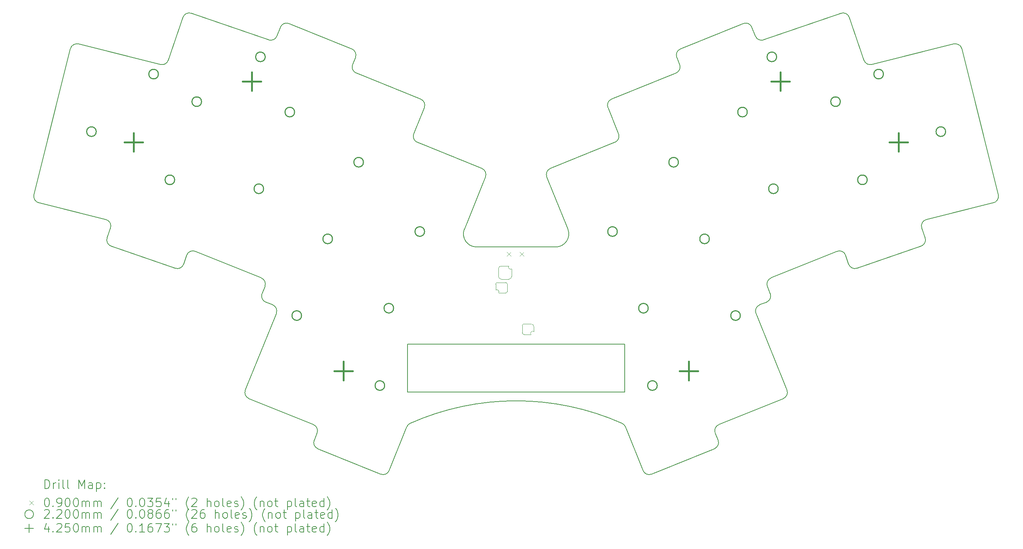
<source format=gbr>
%TF.GenerationSoftware,KiCad,Pcbnew,8.0.9-1.fc41*%
%TF.CreationDate,2025-03-09T10:33:42+11:00*%
%TF.ProjectId,katori,6b61746f-7269-42e6-9b69-6361645f7063,0.2*%
%TF.SameCoordinates,Original*%
%TF.FileFunction,Drillmap*%
%TF.FilePolarity,Positive*%
%FSLAX45Y45*%
G04 Gerber Fmt 4.5, Leading zero omitted, Abs format (unit mm)*
G04 Created by KiCad (PCBNEW 8.0.9-1.fc41) date 2025-03-09 10:33:42*
%MOMM*%
%LPD*%
G01*
G04 APERTURE LIST*
%ADD10C,0.150000*%
%ADD11C,0.200000*%
%ADD12C,0.120000*%
%ADD13C,0.100000*%
%ADD14C,0.220000*%
%ADD15C,0.425000*%
G04 APERTURE END LIST*
D10*
X14957104Y-10533839D02*
G75*
G02*
X14678952Y-10121455I-14J299989D01*
G01*
X21385325Y-12060474D02*
G75*
G02*
X21468208Y-11865200I139106J56184D01*
G01*
X4780236Y-9337361D02*
X5617285Y-5980138D01*
X16780769Y-10533838D02*
X14957104Y-10533839D01*
X9723685Y-14017390D02*
X11207175Y-14616759D01*
X15162745Y-8924016D02*
X14678948Y-10121454D01*
X25303873Y-9904280D02*
X26848379Y-9519193D01*
X25276035Y-10324328D02*
G75*
G02*
X25183041Y-10514986I-141826J-48832D01*
G01*
X20447808Y-14812029D02*
G75*
G02*
X20530692Y-14616755I139093J56189D01*
G01*
X8291432Y-10723889D02*
G75*
G02*
X8489452Y-10633644I141828J-48831D01*
G01*
X17058924Y-10121456D02*
G75*
G02*
X16780769Y-10533835I-278134J-112394D01*
G01*
X11207177Y-14616761D02*
G75*
G02*
X11290060Y-14812028I-56177J-139069D01*
G01*
X21093903Y-5399621D02*
G75*
G02*
X21289175Y-5482508I56197J-139069D01*
G01*
X19630167Y-6341533D02*
G75*
G02*
X19547279Y-6536799I-139057J-56197D01*
G01*
X6554830Y-10514990D02*
X8029839Y-11022876D01*
X12107704Y-6341534D02*
X12173263Y-6179277D01*
X25198332Y-10098663D02*
G75*
G02*
X25303873Y-9904280I141818J48843D01*
G01*
X21561066Y-5776004D02*
X23340325Y-5163354D01*
X6539539Y-10098663D02*
X6461838Y-10324329D01*
D11*
X18368936Y-12769467D02*
X18368936Y-13869466D01*
X13368935Y-13869466D01*
X13368935Y-12769466D01*
X18368936Y-12769467D01*
D10*
X18063785Y-7136174D02*
X19547280Y-6536802D01*
X18305026Y-14586267D02*
G75*
G02*
X18383200Y-14667156I-60896J-137073D01*
G01*
X25276035Y-10324328D02*
X25198332Y-10098665D01*
X16575129Y-8924019D02*
X17058924Y-10121456D01*
X7866395Y-6245195D02*
G75*
G02*
X7688281Y-6341901I-141825J48835D01*
G01*
X10269663Y-11865204D02*
G75*
G02*
X10352545Y-12060470I-56173J-139066D01*
G01*
X18984071Y-15753939D02*
G75*
G02*
X18788802Y-15671053I-56191J139079D01*
G01*
X12949070Y-15671053D02*
X13354670Y-14667156D01*
X21373155Y-5690366D02*
X21289174Y-5482509D01*
X8397546Y-5163355D02*
X10176805Y-5776004D01*
X9640797Y-13822121D02*
X10352547Y-12060471D01*
X13596363Y-8129381D02*
X15079857Y-8728749D01*
X18984071Y-15753939D02*
X20430478Y-15169555D01*
X17980901Y-7331441D02*
G75*
G02*
X18063786Y-7136174I139099J56181D01*
G01*
X11307395Y-15169556D02*
X12753801Y-15753940D01*
X8220502Y-10929885D02*
X8291432Y-10723889D01*
X21730683Y-11246854D02*
X23248423Y-10633647D01*
X12190590Y-6536802D02*
G75*
G02*
X12107701Y-6341533I56220J139092D01*
G01*
X8220502Y-10929883D02*
G75*
G02*
X8029842Y-11022872I-141863J48913D01*
G01*
X19564613Y-6179276D02*
X19630167Y-6341533D01*
X5799118Y-5870884D02*
X7688281Y-6341903D01*
X24049593Y-6341906D02*
G75*
G02*
X23871475Y-6245195I-36283J145556D01*
G01*
X4889492Y-9519194D02*
G75*
G02*
X4780234Y-9337360I36318J145564D01*
G01*
X6554830Y-10514990D02*
G75*
G02*
X6461836Y-10324329I48900J141860D01*
G01*
X8489452Y-10633646D02*
X10007187Y-11246853D01*
X12190590Y-6536801D02*
X13674085Y-7136173D01*
X12090373Y-5984009D02*
G75*
G02*
X12173260Y-6179275I-56153J-139061D01*
G01*
X10364718Y-5690367D02*
G75*
G02*
X10176806Y-5776001I-139078J56197D01*
G01*
X13513479Y-7934110D02*
X13756971Y-7331441D01*
X6434002Y-9904283D02*
G75*
G02*
X6539536Y-10098661I-36302J-145547D01*
G01*
X23708033Y-11022876D02*
G75*
G02*
X23517373Y-10929884I-48843J141806D01*
G01*
X16658013Y-8728751D02*
X18141507Y-8129379D01*
X13674085Y-7136174D02*
G75*
G02*
X13756968Y-7331440I-56195J-139076D01*
G01*
X21561066Y-5776004D02*
G75*
G02*
X21373156Y-5690365I-48816J141864D01*
G01*
X10007187Y-11246853D02*
G75*
G02*
X10090073Y-11442118I-56217J-139087D01*
G01*
X10090076Y-11442120D02*
X10024519Y-11604379D01*
X25938753Y-5870885D02*
G75*
G02*
X26120589Y-5980139I36297J-145535D01*
G01*
X26957637Y-9337363D02*
G75*
G02*
X26848379Y-9519194I-145528J-36297D01*
G01*
X21385325Y-12060471D02*
X22097076Y-13822121D01*
X4889492Y-9519194D02*
X6434002Y-9904283D01*
X9723685Y-14017390D02*
G75*
G02*
X9640794Y-13822120I56166J139070D01*
G01*
X8206881Y-5256346D02*
G75*
G02*
X8397547Y-5163352I141839J-48854D01*
G01*
X21647797Y-11442121D02*
G75*
G02*
X21730681Y-11246850I139153J56161D01*
G01*
X17980902Y-7331442D02*
X18224394Y-7934112D01*
X11307395Y-15169556D02*
G75*
G02*
X11224506Y-14974285I56275J139116D01*
G01*
X5617285Y-5980138D02*
G75*
G02*
X5799119Y-5870880I145525J-36252D01*
G01*
X13354670Y-14667156D02*
G75*
G02*
X13432846Y-14586268I139110J-56224D01*
G01*
X15079858Y-8728749D02*
G75*
G02*
X15162743Y-8924018I-56179J-139071D01*
G01*
X10107405Y-11799647D02*
G75*
G02*
X10024516Y-11604378I56185J139078D01*
G01*
X18383201Y-14667156D02*
X18788802Y-15671053D01*
X12949071Y-15671054D02*
G75*
G02*
X12753802Y-15753937I-139081J56204D01*
G01*
X21713354Y-11604377D02*
G75*
G02*
X21630468Y-11799648I-139054J-56203D01*
G01*
X20530693Y-14616759D02*
X22014189Y-14017389D01*
X20513365Y-14974285D02*
G75*
G02*
X20430477Y-15169552I-139065J-56195D01*
G01*
X23446440Y-10723890D02*
X23517369Y-10929885D01*
X21713354Y-11604377D02*
X21647797Y-11442121D01*
X7866395Y-6245195D02*
X8206881Y-5256346D01*
X10107407Y-11799648D02*
X10269663Y-11865203D01*
X11290063Y-14812029D02*
X11224508Y-14974285D01*
X23530988Y-5256349D02*
X23871477Y-6245195D01*
X23340325Y-5163354D02*
G75*
G02*
X23530987Y-5256349I48845J-141806D01*
G01*
X20513365Y-14974285D02*
X20447809Y-14812028D01*
X12090373Y-5984009D02*
X10643969Y-5399621D01*
X22097075Y-13822123D02*
G75*
G02*
X22014188Y-14017386I-139055J-56197D01*
G01*
X13596363Y-8129381D02*
G75*
G02*
X13513475Y-7934108I56217J139091D01*
G01*
X10448698Y-5482508D02*
G75*
G02*
X10643970Y-5399619I139072J-56172D01*
G01*
X26120587Y-5980139D02*
X26957636Y-9337363D01*
X21093903Y-5399621D02*
X19647497Y-5984008D01*
X16575128Y-8924018D02*
G75*
G02*
X16658012Y-8728750I139132J56168D01*
G01*
X10448698Y-5482508D02*
X10364718Y-5690366D01*
X19564613Y-6179275D02*
G75*
G02*
X19647496Y-5984005I139097J56185D01*
G01*
X24049593Y-6341906D02*
X25938753Y-5870885D01*
X13432845Y-14586267D02*
G75*
G02*
X18305026Y-14586267I2436090J-5483199D01*
G01*
X23248422Y-10633646D02*
G75*
G02*
X23446443Y-10723889I56208J-139044D01*
G01*
X23708033Y-11022876D02*
X25183042Y-10514989D01*
X18224394Y-7934112D02*
G75*
G02*
X18141506Y-8129377I-139054J-56198D01*
G01*
X21468209Y-11865203D02*
X21630468Y-11799648D01*
D12*
X15399012Y-11522982D02*
X15398937Y-11388639D01*
X15437038Y-11350537D02*
X15627614Y-11350262D01*
X15462099Y-11038757D02*
X15462099Y-11206397D01*
X15627613Y-11591563D02*
X15467594Y-11591563D01*
X15665712Y-11388363D02*
X15665713Y-11553462D01*
X15698319Y-10970177D02*
X15530679Y-10970177D01*
X15698319Y-11274977D02*
X15530679Y-11274977D01*
X15766899Y-11038757D02*
X15766899Y-11206397D01*
X16010699Y-12505750D02*
X16010699Y-12340649D01*
X16048802Y-12302549D02*
X16208819Y-12302599D01*
X16208818Y-12543899D02*
X16048799Y-12543850D01*
X16277399Y-12371179D02*
X16277399Y-12475320D01*
X15398937Y-11388639D02*
G75*
G02*
X15437038Y-11350537I38099J3D01*
G01*
X15399012Y-11522982D02*
G75*
G02*
X15467594Y-11591563I24777J-43805D01*
G01*
X15462099Y-11038757D02*
G75*
G02*
X15530679Y-10970177I65947J2634D01*
G01*
X15530679Y-11274977D02*
G75*
G02*
X15462099Y-11206397I-3106J65474D01*
G01*
X15627614Y-11350262D02*
G75*
G02*
X15665712Y-11388363I1J-38098D01*
G01*
X15665713Y-11553462D02*
G75*
G02*
X15627613Y-11591563I-38100J-1D01*
G01*
X15766899Y-11038757D02*
G75*
G02*
X15698319Y-10970177I-24775J43805D01*
G01*
X15766899Y-11206397D02*
G75*
G02*
X15698319Y-11274977I-65611J-2969D01*
G01*
X16010699Y-12340649D02*
G75*
G02*
X16048802Y-12302549I38105J-5D01*
G01*
X16048799Y-12543850D02*
G75*
G02*
X16010699Y-12505750I-2J38098D01*
G01*
X16208818Y-12543899D02*
G75*
G02*
X16277399Y-12475319I43805J24775D01*
G01*
X16208819Y-12302599D02*
G75*
G02*
X16277400Y-12371179I3955J-64626D01*
G01*
D11*
D13*
X15657189Y-10654386D02*
X15747189Y-10744386D01*
X15747189Y-10654386D02*
X15657189Y-10744386D01*
X15957189Y-10654386D02*
X16047189Y-10744386D01*
X16047189Y-10654386D02*
X15957189Y-10744386D01*
D14*
X6211137Y-7883737D02*
G75*
G02*
X5991137Y-7883737I-110000J0D01*
G01*
X5991137Y-7883737D02*
G75*
G02*
X6211137Y-7883737I110000J0D01*
G01*
X7640961Y-6561956D02*
G75*
G02*
X7420961Y-6561956I-110000J0D01*
G01*
X7420961Y-6561956D02*
G75*
G02*
X7640961Y-6561956I110000J0D01*
G01*
X8014403Y-8991357D02*
G75*
G02*
X7794403Y-8991357I-110000J0D01*
G01*
X7794403Y-8991357D02*
G75*
G02*
X8014403Y-8991357I110000J0D01*
G01*
X8632983Y-7194871D02*
G75*
G02*
X8412983Y-7194871I-110000J0D01*
G01*
X8412983Y-7194871D02*
G75*
G02*
X8632983Y-7194871I110000J0D01*
G01*
X10061157Y-9196570D02*
G75*
G02*
X9841157Y-9196570I-110000J0D01*
G01*
X9841157Y-9196570D02*
G75*
G02*
X10061157Y-9196570I110000J0D01*
G01*
X10097851Y-6165717D02*
G75*
G02*
X9877851Y-6165717I-110000J0D01*
G01*
X9877851Y-6165717D02*
G75*
G02*
X10097851Y-6165717I110000J0D01*
G01*
X10772910Y-7434919D02*
G75*
G02*
X10552910Y-7434919I-110000J0D01*
G01*
X10552910Y-7434919D02*
G75*
G02*
X10772910Y-7434919I110000J0D01*
G01*
X10933116Y-12110383D02*
G75*
G02*
X10713116Y-12110383I-110000J0D01*
G01*
X10713116Y-12110383D02*
G75*
G02*
X10933116Y-12110383I110000J0D01*
G01*
X11644869Y-10348735D02*
G75*
G02*
X11424869Y-10348735I-110000J0D01*
G01*
X11424869Y-10348735D02*
G75*
G02*
X11644869Y-10348735I110000J0D01*
G01*
X12356620Y-8587086D02*
G75*
G02*
X12136620Y-8587086I-110000J0D01*
G01*
X12136620Y-8587086D02*
G75*
G02*
X12356620Y-8587086I110000J0D01*
G01*
X12844856Y-13718644D02*
G75*
G02*
X12624856Y-13718644I-110000J0D01*
G01*
X12624856Y-13718644D02*
G75*
G02*
X12844856Y-13718644I110000J0D01*
G01*
X13050644Y-11941312D02*
G75*
G02*
X12830644Y-11941312I-110000J0D01*
G01*
X12830644Y-11941312D02*
G75*
G02*
X13050644Y-11941312I110000J0D01*
G01*
X13762393Y-10179663D02*
G75*
G02*
X13542393Y-10179663I-110000J0D01*
G01*
X13542393Y-10179663D02*
G75*
G02*
X13762393Y-10179663I110000J0D01*
G01*
X18195478Y-10179661D02*
G75*
G02*
X17975478Y-10179661I-110000J0D01*
G01*
X17975478Y-10179661D02*
G75*
G02*
X18195478Y-10179661I110000J0D01*
G01*
X18907229Y-11941310D02*
G75*
G02*
X18687229Y-11941310I-110000J0D01*
G01*
X18687229Y-11941310D02*
G75*
G02*
X18907229Y-11941310I110000J0D01*
G01*
X19113014Y-13718641D02*
G75*
G02*
X18893014Y-13718641I-110000J0D01*
G01*
X18893014Y-13718641D02*
G75*
G02*
X19113014Y-13718641I110000J0D01*
G01*
X19601253Y-8587087D02*
G75*
G02*
X19381253Y-8587087I-110000J0D01*
G01*
X19381253Y-8587087D02*
G75*
G02*
X19601253Y-8587087I110000J0D01*
G01*
X20313003Y-10348735D02*
G75*
G02*
X20093003Y-10348735I-110000J0D01*
G01*
X20093003Y-10348735D02*
G75*
G02*
X20313003Y-10348735I110000J0D01*
G01*
X21024754Y-12110385D02*
G75*
G02*
X20804754Y-12110385I-110000J0D01*
G01*
X20804754Y-12110385D02*
G75*
G02*
X21024754Y-12110385I110000J0D01*
G01*
X21184964Y-7434920D02*
G75*
G02*
X20964964Y-7434920I-110000J0D01*
G01*
X20964964Y-7434920D02*
G75*
G02*
X21184964Y-7434920I110000J0D01*
G01*
X21860022Y-6165720D02*
G75*
G02*
X21640022Y-6165720I-110000J0D01*
G01*
X21640022Y-6165720D02*
G75*
G02*
X21860022Y-6165720I110000J0D01*
G01*
X21896715Y-9196572D02*
G75*
G02*
X21676715Y-9196572I-110000J0D01*
G01*
X21676715Y-9196572D02*
G75*
G02*
X21896715Y-9196572I110000J0D01*
G01*
X23324890Y-7194873D02*
G75*
G02*
X23104890Y-7194873I-110000J0D01*
G01*
X23104890Y-7194873D02*
G75*
G02*
X23324890Y-7194873I110000J0D01*
G01*
X23943469Y-8991358D02*
G75*
G02*
X23723469Y-8991358I-110000J0D01*
G01*
X23723469Y-8991358D02*
G75*
G02*
X23943469Y-8991358I110000J0D01*
G01*
X24316911Y-6561956D02*
G75*
G02*
X24096911Y-6561956I-110000J0D01*
G01*
X24096911Y-6561956D02*
G75*
G02*
X24316911Y-6561956I110000J0D01*
G01*
X25746736Y-7883737D02*
G75*
G02*
X25526736Y-7883737I-110000J0D01*
G01*
X25526736Y-7883737D02*
G75*
G02*
X25746736Y-7883737I110000J0D01*
G01*
D15*
X7071433Y-7913159D02*
X7071433Y-8338159D01*
X6858933Y-8125659D02*
X7283933Y-8125659D01*
X9792510Y-6520529D02*
X9792510Y-6945529D01*
X9580010Y-6733029D02*
X10005010Y-6733029D01*
X11900392Y-13168998D02*
X11900392Y-13593998D01*
X11687892Y-13381498D02*
X12112892Y-13381498D01*
X19837479Y-13168995D02*
X19837479Y-13593995D01*
X19624979Y-13381495D02*
X20049979Y-13381495D01*
X21945363Y-6520530D02*
X21945363Y-6945530D01*
X21732863Y-6733030D02*
X22157863Y-6733030D01*
X24666440Y-7913159D02*
X24666440Y-8338159D01*
X24453940Y-8125659D02*
X24878940Y-8125659D01*
D11*
X5029061Y-16083845D02*
X5029061Y-15883845D01*
X5029061Y-15883845D02*
X5076680Y-15883845D01*
X5076680Y-15883845D02*
X5105251Y-15893369D01*
X5105251Y-15893369D02*
X5124299Y-15912417D01*
X5124299Y-15912417D02*
X5133823Y-15931464D01*
X5133823Y-15931464D02*
X5143346Y-15969559D01*
X5143346Y-15969559D02*
X5143346Y-15998131D01*
X5143346Y-15998131D02*
X5133823Y-16036226D01*
X5133823Y-16036226D02*
X5124299Y-16055274D01*
X5124299Y-16055274D02*
X5105251Y-16074321D01*
X5105251Y-16074321D02*
X5076680Y-16083845D01*
X5076680Y-16083845D02*
X5029061Y-16083845D01*
X5229061Y-16083845D02*
X5229061Y-15950512D01*
X5229061Y-15988607D02*
X5238584Y-15969559D01*
X5238584Y-15969559D02*
X5248108Y-15960036D01*
X5248108Y-15960036D02*
X5267156Y-15950512D01*
X5267156Y-15950512D02*
X5286204Y-15950512D01*
X5352870Y-16083845D02*
X5352870Y-15950512D01*
X5352870Y-15883845D02*
X5343346Y-15893369D01*
X5343346Y-15893369D02*
X5352870Y-15902893D01*
X5352870Y-15902893D02*
X5362394Y-15893369D01*
X5362394Y-15893369D02*
X5352870Y-15883845D01*
X5352870Y-15883845D02*
X5352870Y-15902893D01*
X5476680Y-16083845D02*
X5457632Y-16074321D01*
X5457632Y-16074321D02*
X5448108Y-16055274D01*
X5448108Y-16055274D02*
X5448108Y-15883845D01*
X5581442Y-16083845D02*
X5562394Y-16074321D01*
X5562394Y-16074321D02*
X5552870Y-16055274D01*
X5552870Y-16055274D02*
X5552870Y-15883845D01*
X5810013Y-16083845D02*
X5810013Y-15883845D01*
X5810013Y-15883845D02*
X5876680Y-16026702D01*
X5876680Y-16026702D02*
X5943346Y-15883845D01*
X5943346Y-15883845D02*
X5943346Y-16083845D01*
X6124299Y-16083845D02*
X6124299Y-15979083D01*
X6124299Y-15979083D02*
X6114775Y-15960036D01*
X6114775Y-15960036D02*
X6095727Y-15950512D01*
X6095727Y-15950512D02*
X6057632Y-15950512D01*
X6057632Y-15950512D02*
X6038584Y-15960036D01*
X6124299Y-16074321D02*
X6105251Y-16083845D01*
X6105251Y-16083845D02*
X6057632Y-16083845D01*
X6057632Y-16083845D02*
X6038584Y-16074321D01*
X6038584Y-16074321D02*
X6029061Y-16055274D01*
X6029061Y-16055274D02*
X6029061Y-16036226D01*
X6029061Y-16036226D02*
X6038584Y-16017178D01*
X6038584Y-16017178D02*
X6057632Y-16007655D01*
X6057632Y-16007655D02*
X6105251Y-16007655D01*
X6105251Y-16007655D02*
X6124299Y-15998131D01*
X6219537Y-15950512D02*
X6219537Y-16150512D01*
X6219537Y-15960036D02*
X6238584Y-15950512D01*
X6238584Y-15950512D02*
X6276680Y-15950512D01*
X6276680Y-15950512D02*
X6295727Y-15960036D01*
X6295727Y-15960036D02*
X6305251Y-15969559D01*
X6305251Y-15969559D02*
X6314775Y-15988607D01*
X6314775Y-15988607D02*
X6314775Y-16045750D01*
X6314775Y-16045750D02*
X6305251Y-16064797D01*
X6305251Y-16064797D02*
X6295727Y-16074321D01*
X6295727Y-16074321D02*
X6276680Y-16083845D01*
X6276680Y-16083845D02*
X6238584Y-16083845D01*
X6238584Y-16083845D02*
X6219537Y-16074321D01*
X6400489Y-16064797D02*
X6410013Y-16074321D01*
X6410013Y-16074321D02*
X6400489Y-16083845D01*
X6400489Y-16083845D02*
X6390965Y-16074321D01*
X6390965Y-16074321D02*
X6400489Y-16064797D01*
X6400489Y-16064797D02*
X6400489Y-16083845D01*
X6400489Y-15960036D02*
X6410013Y-15969559D01*
X6410013Y-15969559D02*
X6400489Y-15979083D01*
X6400489Y-15979083D02*
X6390965Y-15969559D01*
X6390965Y-15969559D02*
X6400489Y-15960036D01*
X6400489Y-15960036D02*
X6400489Y-15979083D01*
D13*
X4678284Y-16367361D02*
X4768284Y-16457361D01*
X4768284Y-16367361D02*
X4678284Y-16457361D01*
D11*
X5067156Y-16303845D02*
X5086204Y-16303845D01*
X5086204Y-16303845D02*
X5105251Y-16313369D01*
X5105251Y-16313369D02*
X5114775Y-16322893D01*
X5114775Y-16322893D02*
X5124299Y-16341940D01*
X5124299Y-16341940D02*
X5133823Y-16380036D01*
X5133823Y-16380036D02*
X5133823Y-16427655D01*
X5133823Y-16427655D02*
X5124299Y-16465750D01*
X5124299Y-16465750D02*
X5114775Y-16484797D01*
X5114775Y-16484797D02*
X5105251Y-16494321D01*
X5105251Y-16494321D02*
X5086204Y-16503845D01*
X5086204Y-16503845D02*
X5067156Y-16503845D01*
X5067156Y-16503845D02*
X5048108Y-16494321D01*
X5048108Y-16494321D02*
X5038584Y-16484797D01*
X5038584Y-16484797D02*
X5029061Y-16465750D01*
X5029061Y-16465750D02*
X5019537Y-16427655D01*
X5019537Y-16427655D02*
X5019537Y-16380036D01*
X5019537Y-16380036D02*
X5029061Y-16341940D01*
X5029061Y-16341940D02*
X5038584Y-16322893D01*
X5038584Y-16322893D02*
X5048108Y-16313369D01*
X5048108Y-16313369D02*
X5067156Y-16303845D01*
X5219537Y-16484797D02*
X5229061Y-16494321D01*
X5229061Y-16494321D02*
X5219537Y-16503845D01*
X5219537Y-16503845D02*
X5210013Y-16494321D01*
X5210013Y-16494321D02*
X5219537Y-16484797D01*
X5219537Y-16484797D02*
X5219537Y-16503845D01*
X5324299Y-16503845D02*
X5362394Y-16503845D01*
X5362394Y-16503845D02*
X5381442Y-16494321D01*
X5381442Y-16494321D02*
X5390965Y-16484797D01*
X5390965Y-16484797D02*
X5410013Y-16456226D01*
X5410013Y-16456226D02*
X5419537Y-16418131D01*
X5419537Y-16418131D02*
X5419537Y-16341940D01*
X5419537Y-16341940D02*
X5410013Y-16322893D01*
X5410013Y-16322893D02*
X5400489Y-16313369D01*
X5400489Y-16313369D02*
X5381442Y-16303845D01*
X5381442Y-16303845D02*
X5343346Y-16303845D01*
X5343346Y-16303845D02*
X5324299Y-16313369D01*
X5324299Y-16313369D02*
X5314775Y-16322893D01*
X5314775Y-16322893D02*
X5305251Y-16341940D01*
X5305251Y-16341940D02*
X5305251Y-16389559D01*
X5305251Y-16389559D02*
X5314775Y-16408607D01*
X5314775Y-16408607D02*
X5324299Y-16418131D01*
X5324299Y-16418131D02*
X5343346Y-16427655D01*
X5343346Y-16427655D02*
X5381442Y-16427655D01*
X5381442Y-16427655D02*
X5400489Y-16418131D01*
X5400489Y-16418131D02*
X5410013Y-16408607D01*
X5410013Y-16408607D02*
X5419537Y-16389559D01*
X5543346Y-16303845D02*
X5562394Y-16303845D01*
X5562394Y-16303845D02*
X5581442Y-16313369D01*
X5581442Y-16313369D02*
X5590965Y-16322893D01*
X5590965Y-16322893D02*
X5600489Y-16341940D01*
X5600489Y-16341940D02*
X5610013Y-16380036D01*
X5610013Y-16380036D02*
X5610013Y-16427655D01*
X5610013Y-16427655D02*
X5600489Y-16465750D01*
X5600489Y-16465750D02*
X5590965Y-16484797D01*
X5590965Y-16484797D02*
X5581442Y-16494321D01*
X5581442Y-16494321D02*
X5562394Y-16503845D01*
X5562394Y-16503845D02*
X5543346Y-16503845D01*
X5543346Y-16503845D02*
X5524299Y-16494321D01*
X5524299Y-16494321D02*
X5514775Y-16484797D01*
X5514775Y-16484797D02*
X5505251Y-16465750D01*
X5505251Y-16465750D02*
X5495727Y-16427655D01*
X5495727Y-16427655D02*
X5495727Y-16380036D01*
X5495727Y-16380036D02*
X5505251Y-16341940D01*
X5505251Y-16341940D02*
X5514775Y-16322893D01*
X5514775Y-16322893D02*
X5524299Y-16313369D01*
X5524299Y-16313369D02*
X5543346Y-16303845D01*
X5733822Y-16303845D02*
X5752870Y-16303845D01*
X5752870Y-16303845D02*
X5771918Y-16313369D01*
X5771918Y-16313369D02*
X5781442Y-16322893D01*
X5781442Y-16322893D02*
X5790965Y-16341940D01*
X5790965Y-16341940D02*
X5800489Y-16380036D01*
X5800489Y-16380036D02*
X5800489Y-16427655D01*
X5800489Y-16427655D02*
X5790965Y-16465750D01*
X5790965Y-16465750D02*
X5781442Y-16484797D01*
X5781442Y-16484797D02*
X5771918Y-16494321D01*
X5771918Y-16494321D02*
X5752870Y-16503845D01*
X5752870Y-16503845D02*
X5733822Y-16503845D01*
X5733822Y-16503845D02*
X5714775Y-16494321D01*
X5714775Y-16494321D02*
X5705251Y-16484797D01*
X5705251Y-16484797D02*
X5695727Y-16465750D01*
X5695727Y-16465750D02*
X5686203Y-16427655D01*
X5686203Y-16427655D02*
X5686203Y-16380036D01*
X5686203Y-16380036D02*
X5695727Y-16341940D01*
X5695727Y-16341940D02*
X5705251Y-16322893D01*
X5705251Y-16322893D02*
X5714775Y-16313369D01*
X5714775Y-16313369D02*
X5733822Y-16303845D01*
X5886203Y-16503845D02*
X5886203Y-16370512D01*
X5886203Y-16389559D02*
X5895727Y-16380036D01*
X5895727Y-16380036D02*
X5914775Y-16370512D01*
X5914775Y-16370512D02*
X5943346Y-16370512D01*
X5943346Y-16370512D02*
X5962394Y-16380036D01*
X5962394Y-16380036D02*
X5971918Y-16399083D01*
X5971918Y-16399083D02*
X5971918Y-16503845D01*
X5971918Y-16399083D02*
X5981442Y-16380036D01*
X5981442Y-16380036D02*
X6000489Y-16370512D01*
X6000489Y-16370512D02*
X6029061Y-16370512D01*
X6029061Y-16370512D02*
X6048108Y-16380036D01*
X6048108Y-16380036D02*
X6057632Y-16399083D01*
X6057632Y-16399083D02*
X6057632Y-16503845D01*
X6152870Y-16503845D02*
X6152870Y-16370512D01*
X6152870Y-16389559D02*
X6162394Y-16380036D01*
X6162394Y-16380036D02*
X6181442Y-16370512D01*
X6181442Y-16370512D02*
X6210013Y-16370512D01*
X6210013Y-16370512D02*
X6229061Y-16380036D01*
X6229061Y-16380036D02*
X6238584Y-16399083D01*
X6238584Y-16399083D02*
X6238584Y-16503845D01*
X6238584Y-16399083D02*
X6248108Y-16380036D01*
X6248108Y-16380036D02*
X6267156Y-16370512D01*
X6267156Y-16370512D02*
X6295727Y-16370512D01*
X6295727Y-16370512D02*
X6314775Y-16380036D01*
X6314775Y-16380036D02*
X6324299Y-16399083D01*
X6324299Y-16399083D02*
X6324299Y-16503845D01*
X6714775Y-16294321D02*
X6543346Y-16551464D01*
X6971918Y-16303845D02*
X6990966Y-16303845D01*
X6990966Y-16303845D02*
X7010013Y-16313369D01*
X7010013Y-16313369D02*
X7019537Y-16322893D01*
X7019537Y-16322893D02*
X7029061Y-16341940D01*
X7029061Y-16341940D02*
X7038585Y-16380036D01*
X7038585Y-16380036D02*
X7038585Y-16427655D01*
X7038585Y-16427655D02*
X7029061Y-16465750D01*
X7029061Y-16465750D02*
X7019537Y-16484797D01*
X7019537Y-16484797D02*
X7010013Y-16494321D01*
X7010013Y-16494321D02*
X6990966Y-16503845D01*
X6990966Y-16503845D02*
X6971918Y-16503845D01*
X6971918Y-16503845D02*
X6952870Y-16494321D01*
X6952870Y-16494321D02*
X6943346Y-16484797D01*
X6943346Y-16484797D02*
X6933823Y-16465750D01*
X6933823Y-16465750D02*
X6924299Y-16427655D01*
X6924299Y-16427655D02*
X6924299Y-16380036D01*
X6924299Y-16380036D02*
X6933823Y-16341940D01*
X6933823Y-16341940D02*
X6943346Y-16322893D01*
X6943346Y-16322893D02*
X6952870Y-16313369D01*
X6952870Y-16313369D02*
X6971918Y-16303845D01*
X7124299Y-16484797D02*
X7133823Y-16494321D01*
X7133823Y-16494321D02*
X7124299Y-16503845D01*
X7124299Y-16503845D02*
X7114775Y-16494321D01*
X7114775Y-16494321D02*
X7124299Y-16484797D01*
X7124299Y-16484797D02*
X7124299Y-16503845D01*
X7257632Y-16303845D02*
X7276680Y-16303845D01*
X7276680Y-16303845D02*
X7295727Y-16313369D01*
X7295727Y-16313369D02*
X7305251Y-16322893D01*
X7305251Y-16322893D02*
X7314775Y-16341940D01*
X7314775Y-16341940D02*
X7324299Y-16380036D01*
X7324299Y-16380036D02*
X7324299Y-16427655D01*
X7324299Y-16427655D02*
X7314775Y-16465750D01*
X7314775Y-16465750D02*
X7305251Y-16484797D01*
X7305251Y-16484797D02*
X7295727Y-16494321D01*
X7295727Y-16494321D02*
X7276680Y-16503845D01*
X7276680Y-16503845D02*
X7257632Y-16503845D01*
X7257632Y-16503845D02*
X7238585Y-16494321D01*
X7238585Y-16494321D02*
X7229061Y-16484797D01*
X7229061Y-16484797D02*
X7219537Y-16465750D01*
X7219537Y-16465750D02*
X7210013Y-16427655D01*
X7210013Y-16427655D02*
X7210013Y-16380036D01*
X7210013Y-16380036D02*
X7219537Y-16341940D01*
X7219537Y-16341940D02*
X7229061Y-16322893D01*
X7229061Y-16322893D02*
X7238585Y-16313369D01*
X7238585Y-16313369D02*
X7257632Y-16303845D01*
X7390966Y-16303845D02*
X7514775Y-16303845D01*
X7514775Y-16303845D02*
X7448108Y-16380036D01*
X7448108Y-16380036D02*
X7476680Y-16380036D01*
X7476680Y-16380036D02*
X7495727Y-16389559D01*
X7495727Y-16389559D02*
X7505251Y-16399083D01*
X7505251Y-16399083D02*
X7514775Y-16418131D01*
X7514775Y-16418131D02*
X7514775Y-16465750D01*
X7514775Y-16465750D02*
X7505251Y-16484797D01*
X7505251Y-16484797D02*
X7495727Y-16494321D01*
X7495727Y-16494321D02*
X7476680Y-16503845D01*
X7476680Y-16503845D02*
X7419537Y-16503845D01*
X7419537Y-16503845D02*
X7400489Y-16494321D01*
X7400489Y-16494321D02*
X7390966Y-16484797D01*
X7695727Y-16303845D02*
X7600489Y-16303845D01*
X7600489Y-16303845D02*
X7590966Y-16399083D01*
X7590966Y-16399083D02*
X7600489Y-16389559D01*
X7600489Y-16389559D02*
X7619537Y-16380036D01*
X7619537Y-16380036D02*
X7667156Y-16380036D01*
X7667156Y-16380036D02*
X7686204Y-16389559D01*
X7686204Y-16389559D02*
X7695727Y-16399083D01*
X7695727Y-16399083D02*
X7705251Y-16418131D01*
X7705251Y-16418131D02*
X7705251Y-16465750D01*
X7705251Y-16465750D02*
X7695727Y-16484797D01*
X7695727Y-16484797D02*
X7686204Y-16494321D01*
X7686204Y-16494321D02*
X7667156Y-16503845D01*
X7667156Y-16503845D02*
X7619537Y-16503845D01*
X7619537Y-16503845D02*
X7600489Y-16494321D01*
X7600489Y-16494321D02*
X7590966Y-16484797D01*
X7876680Y-16370512D02*
X7876680Y-16503845D01*
X7829061Y-16294321D02*
X7781442Y-16437178D01*
X7781442Y-16437178D02*
X7905251Y-16437178D01*
X7971918Y-16303845D02*
X7971918Y-16341940D01*
X8048108Y-16303845D02*
X8048108Y-16341940D01*
X8343347Y-16580036D02*
X8333823Y-16570512D01*
X8333823Y-16570512D02*
X8314775Y-16541940D01*
X8314775Y-16541940D02*
X8305251Y-16522893D01*
X8305251Y-16522893D02*
X8295728Y-16494321D01*
X8295728Y-16494321D02*
X8286204Y-16446702D01*
X8286204Y-16446702D02*
X8286204Y-16408607D01*
X8286204Y-16408607D02*
X8295728Y-16360988D01*
X8295728Y-16360988D02*
X8305251Y-16332417D01*
X8305251Y-16332417D02*
X8314775Y-16313369D01*
X8314775Y-16313369D02*
X8333823Y-16284797D01*
X8333823Y-16284797D02*
X8343347Y-16275274D01*
X8410013Y-16322893D02*
X8419537Y-16313369D01*
X8419537Y-16313369D02*
X8438585Y-16303845D01*
X8438585Y-16303845D02*
X8486204Y-16303845D01*
X8486204Y-16303845D02*
X8505251Y-16313369D01*
X8505251Y-16313369D02*
X8514775Y-16322893D01*
X8514775Y-16322893D02*
X8524299Y-16341940D01*
X8524299Y-16341940D02*
X8524299Y-16360988D01*
X8524299Y-16360988D02*
X8514775Y-16389559D01*
X8514775Y-16389559D02*
X8400490Y-16503845D01*
X8400490Y-16503845D02*
X8524299Y-16503845D01*
X8762394Y-16503845D02*
X8762394Y-16303845D01*
X8848109Y-16503845D02*
X8848109Y-16399083D01*
X8848109Y-16399083D02*
X8838585Y-16380036D01*
X8838585Y-16380036D02*
X8819537Y-16370512D01*
X8819537Y-16370512D02*
X8790966Y-16370512D01*
X8790966Y-16370512D02*
X8771918Y-16380036D01*
X8771918Y-16380036D02*
X8762394Y-16389559D01*
X8971918Y-16503845D02*
X8952871Y-16494321D01*
X8952871Y-16494321D02*
X8943347Y-16484797D01*
X8943347Y-16484797D02*
X8933823Y-16465750D01*
X8933823Y-16465750D02*
X8933823Y-16408607D01*
X8933823Y-16408607D02*
X8943347Y-16389559D01*
X8943347Y-16389559D02*
X8952871Y-16380036D01*
X8952871Y-16380036D02*
X8971918Y-16370512D01*
X8971918Y-16370512D02*
X9000490Y-16370512D01*
X9000490Y-16370512D02*
X9019537Y-16380036D01*
X9019537Y-16380036D02*
X9029061Y-16389559D01*
X9029061Y-16389559D02*
X9038585Y-16408607D01*
X9038585Y-16408607D02*
X9038585Y-16465750D01*
X9038585Y-16465750D02*
X9029061Y-16484797D01*
X9029061Y-16484797D02*
X9019537Y-16494321D01*
X9019537Y-16494321D02*
X9000490Y-16503845D01*
X9000490Y-16503845D02*
X8971918Y-16503845D01*
X9152871Y-16503845D02*
X9133823Y-16494321D01*
X9133823Y-16494321D02*
X9124299Y-16475274D01*
X9124299Y-16475274D02*
X9124299Y-16303845D01*
X9305252Y-16494321D02*
X9286204Y-16503845D01*
X9286204Y-16503845D02*
X9248109Y-16503845D01*
X9248109Y-16503845D02*
X9229061Y-16494321D01*
X9229061Y-16494321D02*
X9219537Y-16475274D01*
X9219537Y-16475274D02*
X9219537Y-16399083D01*
X9219537Y-16399083D02*
X9229061Y-16380036D01*
X9229061Y-16380036D02*
X9248109Y-16370512D01*
X9248109Y-16370512D02*
X9286204Y-16370512D01*
X9286204Y-16370512D02*
X9305252Y-16380036D01*
X9305252Y-16380036D02*
X9314775Y-16399083D01*
X9314775Y-16399083D02*
X9314775Y-16418131D01*
X9314775Y-16418131D02*
X9219537Y-16437178D01*
X9390966Y-16494321D02*
X9410013Y-16503845D01*
X9410013Y-16503845D02*
X9448109Y-16503845D01*
X9448109Y-16503845D02*
X9467156Y-16494321D01*
X9467156Y-16494321D02*
X9476680Y-16475274D01*
X9476680Y-16475274D02*
X9476680Y-16465750D01*
X9476680Y-16465750D02*
X9467156Y-16446702D01*
X9467156Y-16446702D02*
X9448109Y-16437178D01*
X9448109Y-16437178D02*
X9419537Y-16437178D01*
X9419537Y-16437178D02*
X9400490Y-16427655D01*
X9400490Y-16427655D02*
X9390966Y-16408607D01*
X9390966Y-16408607D02*
X9390966Y-16399083D01*
X9390966Y-16399083D02*
X9400490Y-16380036D01*
X9400490Y-16380036D02*
X9419537Y-16370512D01*
X9419537Y-16370512D02*
X9448109Y-16370512D01*
X9448109Y-16370512D02*
X9467156Y-16380036D01*
X9543347Y-16580036D02*
X9552871Y-16570512D01*
X9552871Y-16570512D02*
X9571918Y-16541940D01*
X9571918Y-16541940D02*
X9581442Y-16522893D01*
X9581442Y-16522893D02*
X9590966Y-16494321D01*
X9590966Y-16494321D02*
X9600490Y-16446702D01*
X9600490Y-16446702D02*
X9600490Y-16408607D01*
X9600490Y-16408607D02*
X9590966Y-16360988D01*
X9590966Y-16360988D02*
X9581442Y-16332417D01*
X9581442Y-16332417D02*
X9571918Y-16313369D01*
X9571918Y-16313369D02*
X9552871Y-16284797D01*
X9552871Y-16284797D02*
X9543347Y-16275274D01*
X9905252Y-16580036D02*
X9895728Y-16570512D01*
X9895728Y-16570512D02*
X9876680Y-16541940D01*
X9876680Y-16541940D02*
X9867156Y-16522893D01*
X9867156Y-16522893D02*
X9857633Y-16494321D01*
X9857633Y-16494321D02*
X9848109Y-16446702D01*
X9848109Y-16446702D02*
X9848109Y-16408607D01*
X9848109Y-16408607D02*
X9857633Y-16360988D01*
X9857633Y-16360988D02*
X9867156Y-16332417D01*
X9867156Y-16332417D02*
X9876680Y-16313369D01*
X9876680Y-16313369D02*
X9895728Y-16284797D01*
X9895728Y-16284797D02*
X9905252Y-16275274D01*
X9981442Y-16370512D02*
X9981442Y-16503845D01*
X9981442Y-16389559D02*
X9990966Y-16380036D01*
X9990966Y-16380036D02*
X10010013Y-16370512D01*
X10010013Y-16370512D02*
X10038585Y-16370512D01*
X10038585Y-16370512D02*
X10057633Y-16380036D01*
X10057633Y-16380036D02*
X10067156Y-16399083D01*
X10067156Y-16399083D02*
X10067156Y-16503845D01*
X10190966Y-16503845D02*
X10171918Y-16494321D01*
X10171918Y-16494321D02*
X10162394Y-16484797D01*
X10162394Y-16484797D02*
X10152871Y-16465750D01*
X10152871Y-16465750D02*
X10152871Y-16408607D01*
X10152871Y-16408607D02*
X10162394Y-16389559D01*
X10162394Y-16389559D02*
X10171918Y-16380036D01*
X10171918Y-16380036D02*
X10190966Y-16370512D01*
X10190966Y-16370512D02*
X10219537Y-16370512D01*
X10219537Y-16370512D02*
X10238585Y-16380036D01*
X10238585Y-16380036D02*
X10248109Y-16389559D01*
X10248109Y-16389559D02*
X10257633Y-16408607D01*
X10257633Y-16408607D02*
X10257633Y-16465750D01*
X10257633Y-16465750D02*
X10248109Y-16484797D01*
X10248109Y-16484797D02*
X10238585Y-16494321D01*
X10238585Y-16494321D02*
X10219537Y-16503845D01*
X10219537Y-16503845D02*
X10190966Y-16503845D01*
X10314775Y-16370512D02*
X10390966Y-16370512D01*
X10343347Y-16303845D02*
X10343347Y-16475274D01*
X10343347Y-16475274D02*
X10352871Y-16494321D01*
X10352871Y-16494321D02*
X10371918Y-16503845D01*
X10371918Y-16503845D02*
X10390966Y-16503845D01*
X10610014Y-16370512D02*
X10610014Y-16570512D01*
X10610014Y-16380036D02*
X10629061Y-16370512D01*
X10629061Y-16370512D02*
X10667156Y-16370512D01*
X10667156Y-16370512D02*
X10686204Y-16380036D01*
X10686204Y-16380036D02*
X10695728Y-16389559D01*
X10695728Y-16389559D02*
X10705252Y-16408607D01*
X10705252Y-16408607D02*
X10705252Y-16465750D01*
X10705252Y-16465750D02*
X10695728Y-16484797D01*
X10695728Y-16484797D02*
X10686204Y-16494321D01*
X10686204Y-16494321D02*
X10667156Y-16503845D01*
X10667156Y-16503845D02*
X10629061Y-16503845D01*
X10629061Y-16503845D02*
X10610014Y-16494321D01*
X10819537Y-16503845D02*
X10800490Y-16494321D01*
X10800490Y-16494321D02*
X10790966Y-16475274D01*
X10790966Y-16475274D02*
X10790966Y-16303845D01*
X10981442Y-16503845D02*
X10981442Y-16399083D01*
X10981442Y-16399083D02*
X10971918Y-16380036D01*
X10971918Y-16380036D02*
X10952871Y-16370512D01*
X10952871Y-16370512D02*
X10914775Y-16370512D01*
X10914775Y-16370512D02*
X10895728Y-16380036D01*
X10981442Y-16494321D02*
X10962395Y-16503845D01*
X10962395Y-16503845D02*
X10914775Y-16503845D01*
X10914775Y-16503845D02*
X10895728Y-16494321D01*
X10895728Y-16494321D02*
X10886204Y-16475274D01*
X10886204Y-16475274D02*
X10886204Y-16456226D01*
X10886204Y-16456226D02*
X10895728Y-16437178D01*
X10895728Y-16437178D02*
X10914775Y-16427655D01*
X10914775Y-16427655D02*
X10962395Y-16427655D01*
X10962395Y-16427655D02*
X10981442Y-16418131D01*
X11048109Y-16370512D02*
X11124299Y-16370512D01*
X11076680Y-16303845D02*
X11076680Y-16475274D01*
X11076680Y-16475274D02*
X11086204Y-16494321D01*
X11086204Y-16494321D02*
X11105252Y-16503845D01*
X11105252Y-16503845D02*
X11124299Y-16503845D01*
X11267156Y-16494321D02*
X11248109Y-16503845D01*
X11248109Y-16503845D02*
X11210013Y-16503845D01*
X11210013Y-16503845D02*
X11190966Y-16494321D01*
X11190966Y-16494321D02*
X11181442Y-16475274D01*
X11181442Y-16475274D02*
X11181442Y-16399083D01*
X11181442Y-16399083D02*
X11190966Y-16380036D01*
X11190966Y-16380036D02*
X11210013Y-16370512D01*
X11210013Y-16370512D02*
X11248109Y-16370512D01*
X11248109Y-16370512D02*
X11267156Y-16380036D01*
X11267156Y-16380036D02*
X11276680Y-16399083D01*
X11276680Y-16399083D02*
X11276680Y-16418131D01*
X11276680Y-16418131D02*
X11181442Y-16437178D01*
X11448109Y-16503845D02*
X11448109Y-16303845D01*
X11448109Y-16494321D02*
X11429061Y-16503845D01*
X11429061Y-16503845D02*
X11390966Y-16503845D01*
X11390966Y-16503845D02*
X11371918Y-16494321D01*
X11371918Y-16494321D02*
X11362394Y-16484797D01*
X11362394Y-16484797D02*
X11352871Y-16465750D01*
X11352871Y-16465750D02*
X11352871Y-16408607D01*
X11352871Y-16408607D02*
X11362394Y-16389559D01*
X11362394Y-16389559D02*
X11371918Y-16380036D01*
X11371918Y-16380036D02*
X11390966Y-16370512D01*
X11390966Y-16370512D02*
X11429061Y-16370512D01*
X11429061Y-16370512D02*
X11448109Y-16380036D01*
X11524299Y-16580036D02*
X11533823Y-16570512D01*
X11533823Y-16570512D02*
X11552871Y-16541940D01*
X11552871Y-16541940D02*
X11562394Y-16522893D01*
X11562394Y-16522893D02*
X11571918Y-16494321D01*
X11571918Y-16494321D02*
X11581442Y-16446702D01*
X11581442Y-16446702D02*
X11581442Y-16408607D01*
X11581442Y-16408607D02*
X11571918Y-16360988D01*
X11571918Y-16360988D02*
X11562394Y-16332417D01*
X11562394Y-16332417D02*
X11552871Y-16313369D01*
X11552871Y-16313369D02*
X11533823Y-16284797D01*
X11533823Y-16284797D02*
X11524299Y-16275274D01*
X4768284Y-16676361D02*
G75*
G02*
X4568284Y-16676361I-100000J0D01*
G01*
X4568284Y-16676361D02*
G75*
G02*
X4768284Y-16676361I100000J0D01*
G01*
X5019537Y-16586893D02*
X5029061Y-16577369D01*
X5029061Y-16577369D02*
X5048108Y-16567845D01*
X5048108Y-16567845D02*
X5095727Y-16567845D01*
X5095727Y-16567845D02*
X5114775Y-16577369D01*
X5114775Y-16577369D02*
X5124299Y-16586893D01*
X5124299Y-16586893D02*
X5133823Y-16605940D01*
X5133823Y-16605940D02*
X5133823Y-16624988D01*
X5133823Y-16624988D02*
X5124299Y-16653559D01*
X5124299Y-16653559D02*
X5010013Y-16767845D01*
X5010013Y-16767845D02*
X5133823Y-16767845D01*
X5219537Y-16748797D02*
X5229061Y-16758321D01*
X5229061Y-16758321D02*
X5219537Y-16767845D01*
X5219537Y-16767845D02*
X5210013Y-16758321D01*
X5210013Y-16758321D02*
X5219537Y-16748797D01*
X5219537Y-16748797D02*
X5219537Y-16767845D01*
X5305251Y-16586893D02*
X5314775Y-16577369D01*
X5314775Y-16577369D02*
X5333823Y-16567845D01*
X5333823Y-16567845D02*
X5381442Y-16567845D01*
X5381442Y-16567845D02*
X5400489Y-16577369D01*
X5400489Y-16577369D02*
X5410013Y-16586893D01*
X5410013Y-16586893D02*
X5419537Y-16605940D01*
X5419537Y-16605940D02*
X5419537Y-16624988D01*
X5419537Y-16624988D02*
X5410013Y-16653559D01*
X5410013Y-16653559D02*
X5295727Y-16767845D01*
X5295727Y-16767845D02*
X5419537Y-16767845D01*
X5543346Y-16567845D02*
X5562394Y-16567845D01*
X5562394Y-16567845D02*
X5581442Y-16577369D01*
X5581442Y-16577369D02*
X5590965Y-16586893D01*
X5590965Y-16586893D02*
X5600489Y-16605940D01*
X5600489Y-16605940D02*
X5610013Y-16644036D01*
X5610013Y-16644036D02*
X5610013Y-16691655D01*
X5610013Y-16691655D02*
X5600489Y-16729750D01*
X5600489Y-16729750D02*
X5590965Y-16748797D01*
X5590965Y-16748797D02*
X5581442Y-16758321D01*
X5581442Y-16758321D02*
X5562394Y-16767845D01*
X5562394Y-16767845D02*
X5543346Y-16767845D01*
X5543346Y-16767845D02*
X5524299Y-16758321D01*
X5524299Y-16758321D02*
X5514775Y-16748797D01*
X5514775Y-16748797D02*
X5505251Y-16729750D01*
X5505251Y-16729750D02*
X5495727Y-16691655D01*
X5495727Y-16691655D02*
X5495727Y-16644036D01*
X5495727Y-16644036D02*
X5505251Y-16605940D01*
X5505251Y-16605940D02*
X5514775Y-16586893D01*
X5514775Y-16586893D02*
X5524299Y-16577369D01*
X5524299Y-16577369D02*
X5543346Y-16567845D01*
X5733822Y-16567845D02*
X5752870Y-16567845D01*
X5752870Y-16567845D02*
X5771918Y-16577369D01*
X5771918Y-16577369D02*
X5781442Y-16586893D01*
X5781442Y-16586893D02*
X5790965Y-16605940D01*
X5790965Y-16605940D02*
X5800489Y-16644036D01*
X5800489Y-16644036D02*
X5800489Y-16691655D01*
X5800489Y-16691655D02*
X5790965Y-16729750D01*
X5790965Y-16729750D02*
X5781442Y-16748797D01*
X5781442Y-16748797D02*
X5771918Y-16758321D01*
X5771918Y-16758321D02*
X5752870Y-16767845D01*
X5752870Y-16767845D02*
X5733822Y-16767845D01*
X5733822Y-16767845D02*
X5714775Y-16758321D01*
X5714775Y-16758321D02*
X5705251Y-16748797D01*
X5705251Y-16748797D02*
X5695727Y-16729750D01*
X5695727Y-16729750D02*
X5686203Y-16691655D01*
X5686203Y-16691655D02*
X5686203Y-16644036D01*
X5686203Y-16644036D02*
X5695727Y-16605940D01*
X5695727Y-16605940D02*
X5705251Y-16586893D01*
X5705251Y-16586893D02*
X5714775Y-16577369D01*
X5714775Y-16577369D02*
X5733822Y-16567845D01*
X5886203Y-16767845D02*
X5886203Y-16634512D01*
X5886203Y-16653559D02*
X5895727Y-16644036D01*
X5895727Y-16644036D02*
X5914775Y-16634512D01*
X5914775Y-16634512D02*
X5943346Y-16634512D01*
X5943346Y-16634512D02*
X5962394Y-16644036D01*
X5962394Y-16644036D02*
X5971918Y-16663083D01*
X5971918Y-16663083D02*
X5971918Y-16767845D01*
X5971918Y-16663083D02*
X5981442Y-16644036D01*
X5981442Y-16644036D02*
X6000489Y-16634512D01*
X6000489Y-16634512D02*
X6029061Y-16634512D01*
X6029061Y-16634512D02*
X6048108Y-16644036D01*
X6048108Y-16644036D02*
X6057632Y-16663083D01*
X6057632Y-16663083D02*
X6057632Y-16767845D01*
X6152870Y-16767845D02*
X6152870Y-16634512D01*
X6152870Y-16653559D02*
X6162394Y-16644036D01*
X6162394Y-16644036D02*
X6181442Y-16634512D01*
X6181442Y-16634512D02*
X6210013Y-16634512D01*
X6210013Y-16634512D02*
X6229061Y-16644036D01*
X6229061Y-16644036D02*
X6238584Y-16663083D01*
X6238584Y-16663083D02*
X6238584Y-16767845D01*
X6238584Y-16663083D02*
X6248108Y-16644036D01*
X6248108Y-16644036D02*
X6267156Y-16634512D01*
X6267156Y-16634512D02*
X6295727Y-16634512D01*
X6295727Y-16634512D02*
X6314775Y-16644036D01*
X6314775Y-16644036D02*
X6324299Y-16663083D01*
X6324299Y-16663083D02*
X6324299Y-16767845D01*
X6714775Y-16558321D02*
X6543346Y-16815464D01*
X6971918Y-16567845D02*
X6990966Y-16567845D01*
X6990966Y-16567845D02*
X7010013Y-16577369D01*
X7010013Y-16577369D02*
X7019537Y-16586893D01*
X7019537Y-16586893D02*
X7029061Y-16605940D01*
X7029061Y-16605940D02*
X7038585Y-16644036D01*
X7038585Y-16644036D02*
X7038585Y-16691655D01*
X7038585Y-16691655D02*
X7029061Y-16729750D01*
X7029061Y-16729750D02*
X7019537Y-16748797D01*
X7019537Y-16748797D02*
X7010013Y-16758321D01*
X7010013Y-16758321D02*
X6990966Y-16767845D01*
X6990966Y-16767845D02*
X6971918Y-16767845D01*
X6971918Y-16767845D02*
X6952870Y-16758321D01*
X6952870Y-16758321D02*
X6943346Y-16748797D01*
X6943346Y-16748797D02*
X6933823Y-16729750D01*
X6933823Y-16729750D02*
X6924299Y-16691655D01*
X6924299Y-16691655D02*
X6924299Y-16644036D01*
X6924299Y-16644036D02*
X6933823Y-16605940D01*
X6933823Y-16605940D02*
X6943346Y-16586893D01*
X6943346Y-16586893D02*
X6952870Y-16577369D01*
X6952870Y-16577369D02*
X6971918Y-16567845D01*
X7124299Y-16748797D02*
X7133823Y-16758321D01*
X7133823Y-16758321D02*
X7124299Y-16767845D01*
X7124299Y-16767845D02*
X7114775Y-16758321D01*
X7114775Y-16758321D02*
X7124299Y-16748797D01*
X7124299Y-16748797D02*
X7124299Y-16767845D01*
X7257632Y-16567845D02*
X7276680Y-16567845D01*
X7276680Y-16567845D02*
X7295727Y-16577369D01*
X7295727Y-16577369D02*
X7305251Y-16586893D01*
X7305251Y-16586893D02*
X7314775Y-16605940D01*
X7314775Y-16605940D02*
X7324299Y-16644036D01*
X7324299Y-16644036D02*
X7324299Y-16691655D01*
X7324299Y-16691655D02*
X7314775Y-16729750D01*
X7314775Y-16729750D02*
X7305251Y-16748797D01*
X7305251Y-16748797D02*
X7295727Y-16758321D01*
X7295727Y-16758321D02*
X7276680Y-16767845D01*
X7276680Y-16767845D02*
X7257632Y-16767845D01*
X7257632Y-16767845D02*
X7238585Y-16758321D01*
X7238585Y-16758321D02*
X7229061Y-16748797D01*
X7229061Y-16748797D02*
X7219537Y-16729750D01*
X7219537Y-16729750D02*
X7210013Y-16691655D01*
X7210013Y-16691655D02*
X7210013Y-16644036D01*
X7210013Y-16644036D02*
X7219537Y-16605940D01*
X7219537Y-16605940D02*
X7229061Y-16586893D01*
X7229061Y-16586893D02*
X7238585Y-16577369D01*
X7238585Y-16577369D02*
X7257632Y-16567845D01*
X7438585Y-16653559D02*
X7419537Y-16644036D01*
X7419537Y-16644036D02*
X7410013Y-16634512D01*
X7410013Y-16634512D02*
X7400489Y-16615464D01*
X7400489Y-16615464D02*
X7400489Y-16605940D01*
X7400489Y-16605940D02*
X7410013Y-16586893D01*
X7410013Y-16586893D02*
X7419537Y-16577369D01*
X7419537Y-16577369D02*
X7438585Y-16567845D01*
X7438585Y-16567845D02*
X7476680Y-16567845D01*
X7476680Y-16567845D02*
X7495727Y-16577369D01*
X7495727Y-16577369D02*
X7505251Y-16586893D01*
X7505251Y-16586893D02*
X7514775Y-16605940D01*
X7514775Y-16605940D02*
X7514775Y-16615464D01*
X7514775Y-16615464D02*
X7505251Y-16634512D01*
X7505251Y-16634512D02*
X7495727Y-16644036D01*
X7495727Y-16644036D02*
X7476680Y-16653559D01*
X7476680Y-16653559D02*
X7438585Y-16653559D01*
X7438585Y-16653559D02*
X7419537Y-16663083D01*
X7419537Y-16663083D02*
X7410013Y-16672607D01*
X7410013Y-16672607D02*
X7400489Y-16691655D01*
X7400489Y-16691655D02*
X7400489Y-16729750D01*
X7400489Y-16729750D02*
X7410013Y-16748797D01*
X7410013Y-16748797D02*
X7419537Y-16758321D01*
X7419537Y-16758321D02*
X7438585Y-16767845D01*
X7438585Y-16767845D02*
X7476680Y-16767845D01*
X7476680Y-16767845D02*
X7495727Y-16758321D01*
X7495727Y-16758321D02*
X7505251Y-16748797D01*
X7505251Y-16748797D02*
X7514775Y-16729750D01*
X7514775Y-16729750D02*
X7514775Y-16691655D01*
X7514775Y-16691655D02*
X7505251Y-16672607D01*
X7505251Y-16672607D02*
X7495727Y-16663083D01*
X7495727Y-16663083D02*
X7476680Y-16653559D01*
X7686204Y-16567845D02*
X7648108Y-16567845D01*
X7648108Y-16567845D02*
X7629061Y-16577369D01*
X7629061Y-16577369D02*
X7619537Y-16586893D01*
X7619537Y-16586893D02*
X7600489Y-16615464D01*
X7600489Y-16615464D02*
X7590966Y-16653559D01*
X7590966Y-16653559D02*
X7590966Y-16729750D01*
X7590966Y-16729750D02*
X7600489Y-16748797D01*
X7600489Y-16748797D02*
X7610013Y-16758321D01*
X7610013Y-16758321D02*
X7629061Y-16767845D01*
X7629061Y-16767845D02*
X7667156Y-16767845D01*
X7667156Y-16767845D02*
X7686204Y-16758321D01*
X7686204Y-16758321D02*
X7695727Y-16748797D01*
X7695727Y-16748797D02*
X7705251Y-16729750D01*
X7705251Y-16729750D02*
X7705251Y-16682131D01*
X7705251Y-16682131D02*
X7695727Y-16663083D01*
X7695727Y-16663083D02*
X7686204Y-16653559D01*
X7686204Y-16653559D02*
X7667156Y-16644036D01*
X7667156Y-16644036D02*
X7629061Y-16644036D01*
X7629061Y-16644036D02*
X7610013Y-16653559D01*
X7610013Y-16653559D02*
X7600489Y-16663083D01*
X7600489Y-16663083D02*
X7590966Y-16682131D01*
X7876680Y-16567845D02*
X7838585Y-16567845D01*
X7838585Y-16567845D02*
X7819537Y-16577369D01*
X7819537Y-16577369D02*
X7810013Y-16586893D01*
X7810013Y-16586893D02*
X7790966Y-16615464D01*
X7790966Y-16615464D02*
X7781442Y-16653559D01*
X7781442Y-16653559D02*
X7781442Y-16729750D01*
X7781442Y-16729750D02*
X7790966Y-16748797D01*
X7790966Y-16748797D02*
X7800489Y-16758321D01*
X7800489Y-16758321D02*
X7819537Y-16767845D01*
X7819537Y-16767845D02*
X7857632Y-16767845D01*
X7857632Y-16767845D02*
X7876680Y-16758321D01*
X7876680Y-16758321D02*
X7886204Y-16748797D01*
X7886204Y-16748797D02*
X7895727Y-16729750D01*
X7895727Y-16729750D02*
X7895727Y-16682131D01*
X7895727Y-16682131D02*
X7886204Y-16663083D01*
X7886204Y-16663083D02*
X7876680Y-16653559D01*
X7876680Y-16653559D02*
X7857632Y-16644036D01*
X7857632Y-16644036D02*
X7819537Y-16644036D01*
X7819537Y-16644036D02*
X7800489Y-16653559D01*
X7800489Y-16653559D02*
X7790966Y-16663083D01*
X7790966Y-16663083D02*
X7781442Y-16682131D01*
X7971918Y-16567845D02*
X7971918Y-16605940D01*
X8048108Y-16567845D02*
X8048108Y-16605940D01*
X8343347Y-16844036D02*
X8333823Y-16834512D01*
X8333823Y-16834512D02*
X8314775Y-16805940D01*
X8314775Y-16805940D02*
X8305251Y-16786893D01*
X8305251Y-16786893D02*
X8295728Y-16758321D01*
X8295728Y-16758321D02*
X8286204Y-16710702D01*
X8286204Y-16710702D02*
X8286204Y-16672607D01*
X8286204Y-16672607D02*
X8295728Y-16624988D01*
X8295728Y-16624988D02*
X8305251Y-16596417D01*
X8305251Y-16596417D02*
X8314775Y-16577369D01*
X8314775Y-16577369D02*
X8333823Y-16548797D01*
X8333823Y-16548797D02*
X8343347Y-16539274D01*
X8410013Y-16586893D02*
X8419537Y-16577369D01*
X8419537Y-16577369D02*
X8438585Y-16567845D01*
X8438585Y-16567845D02*
X8486204Y-16567845D01*
X8486204Y-16567845D02*
X8505251Y-16577369D01*
X8505251Y-16577369D02*
X8514775Y-16586893D01*
X8514775Y-16586893D02*
X8524299Y-16605940D01*
X8524299Y-16605940D02*
X8524299Y-16624988D01*
X8524299Y-16624988D02*
X8514775Y-16653559D01*
X8514775Y-16653559D02*
X8400490Y-16767845D01*
X8400490Y-16767845D02*
X8524299Y-16767845D01*
X8695728Y-16567845D02*
X8657632Y-16567845D01*
X8657632Y-16567845D02*
X8638585Y-16577369D01*
X8638585Y-16577369D02*
X8629061Y-16586893D01*
X8629061Y-16586893D02*
X8610013Y-16615464D01*
X8610013Y-16615464D02*
X8600490Y-16653559D01*
X8600490Y-16653559D02*
X8600490Y-16729750D01*
X8600490Y-16729750D02*
X8610013Y-16748797D01*
X8610013Y-16748797D02*
X8619537Y-16758321D01*
X8619537Y-16758321D02*
X8638585Y-16767845D01*
X8638585Y-16767845D02*
X8676680Y-16767845D01*
X8676680Y-16767845D02*
X8695728Y-16758321D01*
X8695728Y-16758321D02*
X8705251Y-16748797D01*
X8705251Y-16748797D02*
X8714775Y-16729750D01*
X8714775Y-16729750D02*
X8714775Y-16682131D01*
X8714775Y-16682131D02*
X8705251Y-16663083D01*
X8705251Y-16663083D02*
X8695728Y-16653559D01*
X8695728Y-16653559D02*
X8676680Y-16644036D01*
X8676680Y-16644036D02*
X8638585Y-16644036D01*
X8638585Y-16644036D02*
X8619537Y-16653559D01*
X8619537Y-16653559D02*
X8610013Y-16663083D01*
X8610013Y-16663083D02*
X8600490Y-16682131D01*
X8952871Y-16767845D02*
X8952871Y-16567845D01*
X9038585Y-16767845D02*
X9038585Y-16663083D01*
X9038585Y-16663083D02*
X9029061Y-16644036D01*
X9029061Y-16644036D02*
X9010013Y-16634512D01*
X9010013Y-16634512D02*
X8981442Y-16634512D01*
X8981442Y-16634512D02*
X8962394Y-16644036D01*
X8962394Y-16644036D02*
X8952871Y-16653559D01*
X9162394Y-16767845D02*
X9143347Y-16758321D01*
X9143347Y-16758321D02*
X9133823Y-16748797D01*
X9133823Y-16748797D02*
X9124299Y-16729750D01*
X9124299Y-16729750D02*
X9124299Y-16672607D01*
X9124299Y-16672607D02*
X9133823Y-16653559D01*
X9133823Y-16653559D02*
X9143347Y-16644036D01*
X9143347Y-16644036D02*
X9162394Y-16634512D01*
X9162394Y-16634512D02*
X9190966Y-16634512D01*
X9190966Y-16634512D02*
X9210013Y-16644036D01*
X9210013Y-16644036D02*
X9219537Y-16653559D01*
X9219537Y-16653559D02*
X9229061Y-16672607D01*
X9229061Y-16672607D02*
X9229061Y-16729750D01*
X9229061Y-16729750D02*
X9219537Y-16748797D01*
X9219537Y-16748797D02*
X9210013Y-16758321D01*
X9210013Y-16758321D02*
X9190966Y-16767845D01*
X9190966Y-16767845D02*
X9162394Y-16767845D01*
X9343347Y-16767845D02*
X9324299Y-16758321D01*
X9324299Y-16758321D02*
X9314775Y-16739274D01*
X9314775Y-16739274D02*
X9314775Y-16567845D01*
X9495728Y-16758321D02*
X9476680Y-16767845D01*
X9476680Y-16767845D02*
X9438585Y-16767845D01*
X9438585Y-16767845D02*
X9419537Y-16758321D01*
X9419537Y-16758321D02*
X9410013Y-16739274D01*
X9410013Y-16739274D02*
X9410013Y-16663083D01*
X9410013Y-16663083D02*
X9419537Y-16644036D01*
X9419537Y-16644036D02*
X9438585Y-16634512D01*
X9438585Y-16634512D02*
X9476680Y-16634512D01*
X9476680Y-16634512D02*
X9495728Y-16644036D01*
X9495728Y-16644036D02*
X9505252Y-16663083D01*
X9505252Y-16663083D02*
X9505252Y-16682131D01*
X9505252Y-16682131D02*
X9410013Y-16701178D01*
X9581442Y-16758321D02*
X9600490Y-16767845D01*
X9600490Y-16767845D02*
X9638585Y-16767845D01*
X9638585Y-16767845D02*
X9657633Y-16758321D01*
X9657633Y-16758321D02*
X9667156Y-16739274D01*
X9667156Y-16739274D02*
X9667156Y-16729750D01*
X9667156Y-16729750D02*
X9657633Y-16710702D01*
X9657633Y-16710702D02*
X9638585Y-16701178D01*
X9638585Y-16701178D02*
X9610013Y-16701178D01*
X9610013Y-16701178D02*
X9590966Y-16691655D01*
X9590966Y-16691655D02*
X9581442Y-16672607D01*
X9581442Y-16672607D02*
X9581442Y-16663083D01*
X9581442Y-16663083D02*
X9590966Y-16644036D01*
X9590966Y-16644036D02*
X9610013Y-16634512D01*
X9610013Y-16634512D02*
X9638585Y-16634512D01*
X9638585Y-16634512D02*
X9657633Y-16644036D01*
X9733823Y-16844036D02*
X9743347Y-16834512D01*
X9743347Y-16834512D02*
X9762394Y-16805940D01*
X9762394Y-16805940D02*
X9771918Y-16786893D01*
X9771918Y-16786893D02*
X9781442Y-16758321D01*
X9781442Y-16758321D02*
X9790966Y-16710702D01*
X9790966Y-16710702D02*
X9790966Y-16672607D01*
X9790966Y-16672607D02*
X9781442Y-16624988D01*
X9781442Y-16624988D02*
X9771918Y-16596417D01*
X9771918Y-16596417D02*
X9762394Y-16577369D01*
X9762394Y-16577369D02*
X9743347Y-16548797D01*
X9743347Y-16548797D02*
X9733823Y-16539274D01*
X10095728Y-16844036D02*
X10086204Y-16834512D01*
X10086204Y-16834512D02*
X10067156Y-16805940D01*
X10067156Y-16805940D02*
X10057633Y-16786893D01*
X10057633Y-16786893D02*
X10048109Y-16758321D01*
X10048109Y-16758321D02*
X10038585Y-16710702D01*
X10038585Y-16710702D02*
X10038585Y-16672607D01*
X10038585Y-16672607D02*
X10048109Y-16624988D01*
X10048109Y-16624988D02*
X10057633Y-16596417D01*
X10057633Y-16596417D02*
X10067156Y-16577369D01*
X10067156Y-16577369D02*
X10086204Y-16548797D01*
X10086204Y-16548797D02*
X10095728Y-16539274D01*
X10171918Y-16634512D02*
X10171918Y-16767845D01*
X10171918Y-16653559D02*
X10181442Y-16644036D01*
X10181442Y-16644036D02*
X10200490Y-16634512D01*
X10200490Y-16634512D02*
X10229061Y-16634512D01*
X10229061Y-16634512D02*
X10248109Y-16644036D01*
X10248109Y-16644036D02*
X10257633Y-16663083D01*
X10257633Y-16663083D02*
X10257633Y-16767845D01*
X10381442Y-16767845D02*
X10362394Y-16758321D01*
X10362394Y-16758321D02*
X10352871Y-16748797D01*
X10352871Y-16748797D02*
X10343347Y-16729750D01*
X10343347Y-16729750D02*
X10343347Y-16672607D01*
X10343347Y-16672607D02*
X10352871Y-16653559D01*
X10352871Y-16653559D02*
X10362394Y-16644036D01*
X10362394Y-16644036D02*
X10381442Y-16634512D01*
X10381442Y-16634512D02*
X10410014Y-16634512D01*
X10410014Y-16634512D02*
X10429061Y-16644036D01*
X10429061Y-16644036D02*
X10438585Y-16653559D01*
X10438585Y-16653559D02*
X10448109Y-16672607D01*
X10448109Y-16672607D02*
X10448109Y-16729750D01*
X10448109Y-16729750D02*
X10438585Y-16748797D01*
X10438585Y-16748797D02*
X10429061Y-16758321D01*
X10429061Y-16758321D02*
X10410014Y-16767845D01*
X10410014Y-16767845D02*
X10381442Y-16767845D01*
X10505252Y-16634512D02*
X10581442Y-16634512D01*
X10533823Y-16567845D02*
X10533823Y-16739274D01*
X10533823Y-16739274D02*
X10543347Y-16758321D01*
X10543347Y-16758321D02*
X10562394Y-16767845D01*
X10562394Y-16767845D02*
X10581442Y-16767845D01*
X10800490Y-16634512D02*
X10800490Y-16834512D01*
X10800490Y-16644036D02*
X10819537Y-16634512D01*
X10819537Y-16634512D02*
X10857633Y-16634512D01*
X10857633Y-16634512D02*
X10876680Y-16644036D01*
X10876680Y-16644036D02*
X10886204Y-16653559D01*
X10886204Y-16653559D02*
X10895728Y-16672607D01*
X10895728Y-16672607D02*
X10895728Y-16729750D01*
X10895728Y-16729750D02*
X10886204Y-16748797D01*
X10886204Y-16748797D02*
X10876680Y-16758321D01*
X10876680Y-16758321D02*
X10857633Y-16767845D01*
X10857633Y-16767845D02*
X10819537Y-16767845D01*
X10819537Y-16767845D02*
X10800490Y-16758321D01*
X11010014Y-16767845D02*
X10990966Y-16758321D01*
X10990966Y-16758321D02*
X10981442Y-16739274D01*
X10981442Y-16739274D02*
X10981442Y-16567845D01*
X11171918Y-16767845D02*
X11171918Y-16663083D01*
X11171918Y-16663083D02*
X11162395Y-16644036D01*
X11162395Y-16644036D02*
X11143347Y-16634512D01*
X11143347Y-16634512D02*
X11105252Y-16634512D01*
X11105252Y-16634512D02*
X11086204Y-16644036D01*
X11171918Y-16758321D02*
X11152871Y-16767845D01*
X11152871Y-16767845D02*
X11105252Y-16767845D01*
X11105252Y-16767845D02*
X11086204Y-16758321D01*
X11086204Y-16758321D02*
X11076680Y-16739274D01*
X11076680Y-16739274D02*
X11076680Y-16720226D01*
X11076680Y-16720226D02*
X11086204Y-16701178D01*
X11086204Y-16701178D02*
X11105252Y-16691655D01*
X11105252Y-16691655D02*
X11152871Y-16691655D01*
X11152871Y-16691655D02*
X11171918Y-16682131D01*
X11238585Y-16634512D02*
X11314775Y-16634512D01*
X11267156Y-16567845D02*
X11267156Y-16739274D01*
X11267156Y-16739274D02*
X11276680Y-16758321D01*
X11276680Y-16758321D02*
X11295728Y-16767845D01*
X11295728Y-16767845D02*
X11314775Y-16767845D01*
X11457633Y-16758321D02*
X11438585Y-16767845D01*
X11438585Y-16767845D02*
X11400490Y-16767845D01*
X11400490Y-16767845D02*
X11381442Y-16758321D01*
X11381442Y-16758321D02*
X11371918Y-16739274D01*
X11371918Y-16739274D02*
X11371918Y-16663083D01*
X11371918Y-16663083D02*
X11381442Y-16644036D01*
X11381442Y-16644036D02*
X11400490Y-16634512D01*
X11400490Y-16634512D02*
X11438585Y-16634512D01*
X11438585Y-16634512D02*
X11457633Y-16644036D01*
X11457633Y-16644036D02*
X11467156Y-16663083D01*
X11467156Y-16663083D02*
X11467156Y-16682131D01*
X11467156Y-16682131D02*
X11371918Y-16701178D01*
X11638585Y-16767845D02*
X11638585Y-16567845D01*
X11638585Y-16758321D02*
X11619537Y-16767845D01*
X11619537Y-16767845D02*
X11581442Y-16767845D01*
X11581442Y-16767845D02*
X11562394Y-16758321D01*
X11562394Y-16758321D02*
X11552871Y-16748797D01*
X11552871Y-16748797D02*
X11543347Y-16729750D01*
X11543347Y-16729750D02*
X11543347Y-16672607D01*
X11543347Y-16672607D02*
X11552871Y-16653559D01*
X11552871Y-16653559D02*
X11562394Y-16644036D01*
X11562394Y-16644036D02*
X11581442Y-16634512D01*
X11581442Y-16634512D02*
X11619537Y-16634512D01*
X11619537Y-16634512D02*
X11638585Y-16644036D01*
X11714775Y-16844036D02*
X11724299Y-16834512D01*
X11724299Y-16834512D02*
X11743347Y-16805940D01*
X11743347Y-16805940D02*
X11752871Y-16786893D01*
X11752871Y-16786893D02*
X11762394Y-16758321D01*
X11762394Y-16758321D02*
X11771918Y-16710702D01*
X11771918Y-16710702D02*
X11771918Y-16672607D01*
X11771918Y-16672607D02*
X11762394Y-16624988D01*
X11762394Y-16624988D02*
X11752871Y-16596417D01*
X11752871Y-16596417D02*
X11743347Y-16577369D01*
X11743347Y-16577369D02*
X11724299Y-16548797D01*
X11724299Y-16548797D02*
X11714775Y-16539274D01*
X4668284Y-16896361D02*
X4668284Y-17096361D01*
X4568284Y-16996361D02*
X4768284Y-16996361D01*
X5114775Y-16954512D02*
X5114775Y-17087845D01*
X5067156Y-16878321D02*
X5019537Y-17021179D01*
X5019537Y-17021179D02*
X5143346Y-17021179D01*
X5219537Y-17068798D02*
X5229061Y-17078321D01*
X5229061Y-17078321D02*
X5219537Y-17087845D01*
X5219537Y-17087845D02*
X5210013Y-17078321D01*
X5210013Y-17078321D02*
X5219537Y-17068798D01*
X5219537Y-17068798D02*
X5219537Y-17087845D01*
X5305251Y-16906893D02*
X5314775Y-16897369D01*
X5314775Y-16897369D02*
X5333823Y-16887845D01*
X5333823Y-16887845D02*
X5381442Y-16887845D01*
X5381442Y-16887845D02*
X5400489Y-16897369D01*
X5400489Y-16897369D02*
X5410013Y-16906893D01*
X5410013Y-16906893D02*
X5419537Y-16925940D01*
X5419537Y-16925940D02*
X5419537Y-16944988D01*
X5419537Y-16944988D02*
X5410013Y-16973559D01*
X5410013Y-16973559D02*
X5295727Y-17087845D01*
X5295727Y-17087845D02*
X5419537Y-17087845D01*
X5600489Y-16887845D02*
X5505251Y-16887845D01*
X5505251Y-16887845D02*
X5495727Y-16983083D01*
X5495727Y-16983083D02*
X5505251Y-16973559D01*
X5505251Y-16973559D02*
X5524299Y-16964036D01*
X5524299Y-16964036D02*
X5571918Y-16964036D01*
X5571918Y-16964036D02*
X5590965Y-16973559D01*
X5590965Y-16973559D02*
X5600489Y-16983083D01*
X5600489Y-16983083D02*
X5610013Y-17002131D01*
X5610013Y-17002131D02*
X5610013Y-17049750D01*
X5610013Y-17049750D02*
X5600489Y-17068798D01*
X5600489Y-17068798D02*
X5590965Y-17078321D01*
X5590965Y-17078321D02*
X5571918Y-17087845D01*
X5571918Y-17087845D02*
X5524299Y-17087845D01*
X5524299Y-17087845D02*
X5505251Y-17078321D01*
X5505251Y-17078321D02*
X5495727Y-17068798D01*
X5733822Y-16887845D02*
X5752870Y-16887845D01*
X5752870Y-16887845D02*
X5771918Y-16897369D01*
X5771918Y-16897369D02*
X5781442Y-16906893D01*
X5781442Y-16906893D02*
X5790965Y-16925940D01*
X5790965Y-16925940D02*
X5800489Y-16964036D01*
X5800489Y-16964036D02*
X5800489Y-17011655D01*
X5800489Y-17011655D02*
X5790965Y-17049750D01*
X5790965Y-17049750D02*
X5781442Y-17068798D01*
X5781442Y-17068798D02*
X5771918Y-17078321D01*
X5771918Y-17078321D02*
X5752870Y-17087845D01*
X5752870Y-17087845D02*
X5733822Y-17087845D01*
X5733822Y-17087845D02*
X5714775Y-17078321D01*
X5714775Y-17078321D02*
X5705251Y-17068798D01*
X5705251Y-17068798D02*
X5695727Y-17049750D01*
X5695727Y-17049750D02*
X5686203Y-17011655D01*
X5686203Y-17011655D02*
X5686203Y-16964036D01*
X5686203Y-16964036D02*
X5695727Y-16925940D01*
X5695727Y-16925940D02*
X5705251Y-16906893D01*
X5705251Y-16906893D02*
X5714775Y-16897369D01*
X5714775Y-16897369D02*
X5733822Y-16887845D01*
X5886203Y-17087845D02*
X5886203Y-16954512D01*
X5886203Y-16973559D02*
X5895727Y-16964036D01*
X5895727Y-16964036D02*
X5914775Y-16954512D01*
X5914775Y-16954512D02*
X5943346Y-16954512D01*
X5943346Y-16954512D02*
X5962394Y-16964036D01*
X5962394Y-16964036D02*
X5971918Y-16983083D01*
X5971918Y-16983083D02*
X5971918Y-17087845D01*
X5971918Y-16983083D02*
X5981442Y-16964036D01*
X5981442Y-16964036D02*
X6000489Y-16954512D01*
X6000489Y-16954512D02*
X6029061Y-16954512D01*
X6029061Y-16954512D02*
X6048108Y-16964036D01*
X6048108Y-16964036D02*
X6057632Y-16983083D01*
X6057632Y-16983083D02*
X6057632Y-17087845D01*
X6152870Y-17087845D02*
X6152870Y-16954512D01*
X6152870Y-16973559D02*
X6162394Y-16964036D01*
X6162394Y-16964036D02*
X6181442Y-16954512D01*
X6181442Y-16954512D02*
X6210013Y-16954512D01*
X6210013Y-16954512D02*
X6229061Y-16964036D01*
X6229061Y-16964036D02*
X6238584Y-16983083D01*
X6238584Y-16983083D02*
X6238584Y-17087845D01*
X6238584Y-16983083D02*
X6248108Y-16964036D01*
X6248108Y-16964036D02*
X6267156Y-16954512D01*
X6267156Y-16954512D02*
X6295727Y-16954512D01*
X6295727Y-16954512D02*
X6314775Y-16964036D01*
X6314775Y-16964036D02*
X6324299Y-16983083D01*
X6324299Y-16983083D02*
X6324299Y-17087845D01*
X6714775Y-16878321D02*
X6543346Y-17135464D01*
X6971918Y-16887845D02*
X6990966Y-16887845D01*
X6990966Y-16887845D02*
X7010013Y-16897369D01*
X7010013Y-16897369D02*
X7019537Y-16906893D01*
X7019537Y-16906893D02*
X7029061Y-16925940D01*
X7029061Y-16925940D02*
X7038585Y-16964036D01*
X7038585Y-16964036D02*
X7038585Y-17011655D01*
X7038585Y-17011655D02*
X7029061Y-17049750D01*
X7029061Y-17049750D02*
X7019537Y-17068798D01*
X7019537Y-17068798D02*
X7010013Y-17078321D01*
X7010013Y-17078321D02*
X6990966Y-17087845D01*
X6990966Y-17087845D02*
X6971918Y-17087845D01*
X6971918Y-17087845D02*
X6952870Y-17078321D01*
X6952870Y-17078321D02*
X6943346Y-17068798D01*
X6943346Y-17068798D02*
X6933823Y-17049750D01*
X6933823Y-17049750D02*
X6924299Y-17011655D01*
X6924299Y-17011655D02*
X6924299Y-16964036D01*
X6924299Y-16964036D02*
X6933823Y-16925940D01*
X6933823Y-16925940D02*
X6943346Y-16906893D01*
X6943346Y-16906893D02*
X6952870Y-16897369D01*
X6952870Y-16897369D02*
X6971918Y-16887845D01*
X7124299Y-17068798D02*
X7133823Y-17078321D01*
X7133823Y-17078321D02*
X7124299Y-17087845D01*
X7124299Y-17087845D02*
X7114775Y-17078321D01*
X7114775Y-17078321D02*
X7124299Y-17068798D01*
X7124299Y-17068798D02*
X7124299Y-17087845D01*
X7324299Y-17087845D02*
X7210013Y-17087845D01*
X7267156Y-17087845D02*
X7267156Y-16887845D01*
X7267156Y-16887845D02*
X7248108Y-16916417D01*
X7248108Y-16916417D02*
X7229061Y-16935464D01*
X7229061Y-16935464D02*
X7210013Y-16944988D01*
X7495727Y-16887845D02*
X7457632Y-16887845D01*
X7457632Y-16887845D02*
X7438585Y-16897369D01*
X7438585Y-16897369D02*
X7429061Y-16906893D01*
X7429061Y-16906893D02*
X7410013Y-16935464D01*
X7410013Y-16935464D02*
X7400489Y-16973559D01*
X7400489Y-16973559D02*
X7400489Y-17049750D01*
X7400489Y-17049750D02*
X7410013Y-17068798D01*
X7410013Y-17068798D02*
X7419537Y-17078321D01*
X7419537Y-17078321D02*
X7438585Y-17087845D01*
X7438585Y-17087845D02*
X7476680Y-17087845D01*
X7476680Y-17087845D02*
X7495727Y-17078321D01*
X7495727Y-17078321D02*
X7505251Y-17068798D01*
X7505251Y-17068798D02*
X7514775Y-17049750D01*
X7514775Y-17049750D02*
X7514775Y-17002131D01*
X7514775Y-17002131D02*
X7505251Y-16983083D01*
X7505251Y-16983083D02*
X7495727Y-16973559D01*
X7495727Y-16973559D02*
X7476680Y-16964036D01*
X7476680Y-16964036D02*
X7438585Y-16964036D01*
X7438585Y-16964036D02*
X7419537Y-16973559D01*
X7419537Y-16973559D02*
X7410013Y-16983083D01*
X7410013Y-16983083D02*
X7400489Y-17002131D01*
X7581442Y-16887845D02*
X7714775Y-16887845D01*
X7714775Y-16887845D02*
X7629061Y-17087845D01*
X7771918Y-16887845D02*
X7895727Y-16887845D01*
X7895727Y-16887845D02*
X7829061Y-16964036D01*
X7829061Y-16964036D02*
X7857632Y-16964036D01*
X7857632Y-16964036D02*
X7876680Y-16973559D01*
X7876680Y-16973559D02*
X7886204Y-16983083D01*
X7886204Y-16983083D02*
X7895727Y-17002131D01*
X7895727Y-17002131D02*
X7895727Y-17049750D01*
X7895727Y-17049750D02*
X7886204Y-17068798D01*
X7886204Y-17068798D02*
X7876680Y-17078321D01*
X7876680Y-17078321D02*
X7857632Y-17087845D01*
X7857632Y-17087845D02*
X7800489Y-17087845D01*
X7800489Y-17087845D02*
X7781442Y-17078321D01*
X7781442Y-17078321D02*
X7771918Y-17068798D01*
X7971918Y-16887845D02*
X7971918Y-16925940D01*
X8048108Y-16887845D02*
X8048108Y-16925940D01*
X8343347Y-17164036D02*
X8333823Y-17154512D01*
X8333823Y-17154512D02*
X8314775Y-17125940D01*
X8314775Y-17125940D02*
X8305251Y-17106893D01*
X8305251Y-17106893D02*
X8295728Y-17078321D01*
X8295728Y-17078321D02*
X8286204Y-17030702D01*
X8286204Y-17030702D02*
X8286204Y-16992607D01*
X8286204Y-16992607D02*
X8295728Y-16944988D01*
X8295728Y-16944988D02*
X8305251Y-16916417D01*
X8305251Y-16916417D02*
X8314775Y-16897369D01*
X8314775Y-16897369D02*
X8333823Y-16868798D01*
X8333823Y-16868798D02*
X8343347Y-16859274D01*
X8505251Y-16887845D02*
X8467156Y-16887845D01*
X8467156Y-16887845D02*
X8448109Y-16897369D01*
X8448109Y-16897369D02*
X8438585Y-16906893D01*
X8438585Y-16906893D02*
X8419537Y-16935464D01*
X8419537Y-16935464D02*
X8410013Y-16973559D01*
X8410013Y-16973559D02*
X8410013Y-17049750D01*
X8410013Y-17049750D02*
X8419537Y-17068798D01*
X8419537Y-17068798D02*
X8429061Y-17078321D01*
X8429061Y-17078321D02*
X8448109Y-17087845D01*
X8448109Y-17087845D02*
X8486204Y-17087845D01*
X8486204Y-17087845D02*
X8505251Y-17078321D01*
X8505251Y-17078321D02*
X8514775Y-17068798D01*
X8514775Y-17068798D02*
X8524299Y-17049750D01*
X8524299Y-17049750D02*
X8524299Y-17002131D01*
X8524299Y-17002131D02*
X8514775Y-16983083D01*
X8514775Y-16983083D02*
X8505251Y-16973559D01*
X8505251Y-16973559D02*
X8486204Y-16964036D01*
X8486204Y-16964036D02*
X8448109Y-16964036D01*
X8448109Y-16964036D02*
X8429061Y-16973559D01*
X8429061Y-16973559D02*
X8419537Y-16983083D01*
X8419537Y-16983083D02*
X8410013Y-17002131D01*
X8762394Y-17087845D02*
X8762394Y-16887845D01*
X8848109Y-17087845D02*
X8848109Y-16983083D01*
X8848109Y-16983083D02*
X8838585Y-16964036D01*
X8838585Y-16964036D02*
X8819537Y-16954512D01*
X8819537Y-16954512D02*
X8790966Y-16954512D01*
X8790966Y-16954512D02*
X8771918Y-16964036D01*
X8771918Y-16964036D02*
X8762394Y-16973559D01*
X8971918Y-17087845D02*
X8952871Y-17078321D01*
X8952871Y-17078321D02*
X8943347Y-17068798D01*
X8943347Y-17068798D02*
X8933823Y-17049750D01*
X8933823Y-17049750D02*
X8933823Y-16992607D01*
X8933823Y-16992607D02*
X8943347Y-16973559D01*
X8943347Y-16973559D02*
X8952871Y-16964036D01*
X8952871Y-16964036D02*
X8971918Y-16954512D01*
X8971918Y-16954512D02*
X9000490Y-16954512D01*
X9000490Y-16954512D02*
X9019537Y-16964036D01*
X9019537Y-16964036D02*
X9029061Y-16973559D01*
X9029061Y-16973559D02*
X9038585Y-16992607D01*
X9038585Y-16992607D02*
X9038585Y-17049750D01*
X9038585Y-17049750D02*
X9029061Y-17068798D01*
X9029061Y-17068798D02*
X9019537Y-17078321D01*
X9019537Y-17078321D02*
X9000490Y-17087845D01*
X9000490Y-17087845D02*
X8971918Y-17087845D01*
X9152871Y-17087845D02*
X9133823Y-17078321D01*
X9133823Y-17078321D02*
X9124299Y-17059274D01*
X9124299Y-17059274D02*
X9124299Y-16887845D01*
X9305252Y-17078321D02*
X9286204Y-17087845D01*
X9286204Y-17087845D02*
X9248109Y-17087845D01*
X9248109Y-17087845D02*
X9229061Y-17078321D01*
X9229061Y-17078321D02*
X9219537Y-17059274D01*
X9219537Y-17059274D02*
X9219537Y-16983083D01*
X9219537Y-16983083D02*
X9229061Y-16964036D01*
X9229061Y-16964036D02*
X9248109Y-16954512D01*
X9248109Y-16954512D02*
X9286204Y-16954512D01*
X9286204Y-16954512D02*
X9305252Y-16964036D01*
X9305252Y-16964036D02*
X9314775Y-16983083D01*
X9314775Y-16983083D02*
X9314775Y-17002131D01*
X9314775Y-17002131D02*
X9219537Y-17021179D01*
X9390966Y-17078321D02*
X9410013Y-17087845D01*
X9410013Y-17087845D02*
X9448109Y-17087845D01*
X9448109Y-17087845D02*
X9467156Y-17078321D01*
X9467156Y-17078321D02*
X9476680Y-17059274D01*
X9476680Y-17059274D02*
X9476680Y-17049750D01*
X9476680Y-17049750D02*
X9467156Y-17030702D01*
X9467156Y-17030702D02*
X9448109Y-17021179D01*
X9448109Y-17021179D02*
X9419537Y-17021179D01*
X9419537Y-17021179D02*
X9400490Y-17011655D01*
X9400490Y-17011655D02*
X9390966Y-16992607D01*
X9390966Y-16992607D02*
X9390966Y-16983083D01*
X9390966Y-16983083D02*
X9400490Y-16964036D01*
X9400490Y-16964036D02*
X9419537Y-16954512D01*
X9419537Y-16954512D02*
X9448109Y-16954512D01*
X9448109Y-16954512D02*
X9467156Y-16964036D01*
X9543347Y-17164036D02*
X9552871Y-17154512D01*
X9552871Y-17154512D02*
X9571918Y-17125940D01*
X9571918Y-17125940D02*
X9581442Y-17106893D01*
X9581442Y-17106893D02*
X9590966Y-17078321D01*
X9590966Y-17078321D02*
X9600490Y-17030702D01*
X9600490Y-17030702D02*
X9600490Y-16992607D01*
X9600490Y-16992607D02*
X9590966Y-16944988D01*
X9590966Y-16944988D02*
X9581442Y-16916417D01*
X9581442Y-16916417D02*
X9571918Y-16897369D01*
X9571918Y-16897369D02*
X9552871Y-16868798D01*
X9552871Y-16868798D02*
X9543347Y-16859274D01*
X9905252Y-17164036D02*
X9895728Y-17154512D01*
X9895728Y-17154512D02*
X9876680Y-17125940D01*
X9876680Y-17125940D02*
X9867156Y-17106893D01*
X9867156Y-17106893D02*
X9857633Y-17078321D01*
X9857633Y-17078321D02*
X9848109Y-17030702D01*
X9848109Y-17030702D02*
X9848109Y-16992607D01*
X9848109Y-16992607D02*
X9857633Y-16944988D01*
X9857633Y-16944988D02*
X9867156Y-16916417D01*
X9867156Y-16916417D02*
X9876680Y-16897369D01*
X9876680Y-16897369D02*
X9895728Y-16868798D01*
X9895728Y-16868798D02*
X9905252Y-16859274D01*
X9981442Y-16954512D02*
X9981442Y-17087845D01*
X9981442Y-16973559D02*
X9990966Y-16964036D01*
X9990966Y-16964036D02*
X10010013Y-16954512D01*
X10010013Y-16954512D02*
X10038585Y-16954512D01*
X10038585Y-16954512D02*
X10057633Y-16964036D01*
X10057633Y-16964036D02*
X10067156Y-16983083D01*
X10067156Y-16983083D02*
X10067156Y-17087845D01*
X10190966Y-17087845D02*
X10171918Y-17078321D01*
X10171918Y-17078321D02*
X10162394Y-17068798D01*
X10162394Y-17068798D02*
X10152871Y-17049750D01*
X10152871Y-17049750D02*
X10152871Y-16992607D01*
X10152871Y-16992607D02*
X10162394Y-16973559D01*
X10162394Y-16973559D02*
X10171918Y-16964036D01*
X10171918Y-16964036D02*
X10190966Y-16954512D01*
X10190966Y-16954512D02*
X10219537Y-16954512D01*
X10219537Y-16954512D02*
X10238585Y-16964036D01*
X10238585Y-16964036D02*
X10248109Y-16973559D01*
X10248109Y-16973559D02*
X10257633Y-16992607D01*
X10257633Y-16992607D02*
X10257633Y-17049750D01*
X10257633Y-17049750D02*
X10248109Y-17068798D01*
X10248109Y-17068798D02*
X10238585Y-17078321D01*
X10238585Y-17078321D02*
X10219537Y-17087845D01*
X10219537Y-17087845D02*
X10190966Y-17087845D01*
X10314775Y-16954512D02*
X10390966Y-16954512D01*
X10343347Y-16887845D02*
X10343347Y-17059274D01*
X10343347Y-17059274D02*
X10352871Y-17078321D01*
X10352871Y-17078321D02*
X10371918Y-17087845D01*
X10371918Y-17087845D02*
X10390966Y-17087845D01*
X10610014Y-16954512D02*
X10610014Y-17154512D01*
X10610014Y-16964036D02*
X10629061Y-16954512D01*
X10629061Y-16954512D02*
X10667156Y-16954512D01*
X10667156Y-16954512D02*
X10686204Y-16964036D01*
X10686204Y-16964036D02*
X10695728Y-16973559D01*
X10695728Y-16973559D02*
X10705252Y-16992607D01*
X10705252Y-16992607D02*
X10705252Y-17049750D01*
X10705252Y-17049750D02*
X10695728Y-17068798D01*
X10695728Y-17068798D02*
X10686204Y-17078321D01*
X10686204Y-17078321D02*
X10667156Y-17087845D01*
X10667156Y-17087845D02*
X10629061Y-17087845D01*
X10629061Y-17087845D02*
X10610014Y-17078321D01*
X10819537Y-17087845D02*
X10800490Y-17078321D01*
X10800490Y-17078321D02*
X10790966Y-17059274D01*
X10790966Y-17059274D02*
X10790966Y-16887845D01*
X10981442Y-17087845D02*
X10981442Y-16983083D01*
X10981442Y-16983083D02*
X10971918Y-16964036D01*
X10971918Y-16964036D02*
X10952871Y-16954512D01*
X10952871Y-16954512D02*
X10914775Y-16954512D01*
X10914775Y-16954512D02*
X10895728Y-16964036D01*
X10981442Y-17078321D02*
X10962395Y-17087845D01*
X10962395Y-17087845D02*
X10914775Y-17087845D01*
X10914775Y-17087845D02*
X10895728Y-17078321D01*
X10895728Y-17078321D02*
X10886204Y-17059274D01*
X10886204Y-17059274D02*
X10886204Y-17040226D01*
X10886204Y-17040226D02*
X10895728Y-17021179D01*
X10895728Y-17021179D02*
X10914775Y-17011655D01*
X10914775Y-17011655D02*
X10962395Y-17011655D01*
X10962395Y-17011655D02*
X10981442Y-17002131D01*
X11048109Y-16954512D02*
X11124299Y-16954512D01*
X11076680Y-16887845D02*
X11076680Y-17059274D01*
X11076680Y-17059274D02*
X11086204Y-17078321D01*
X11086204Y-17078321D02*
X11105252Y-17087845D01*
X11105252Y-17087845D02*
X11124299Y-17087845D01*
X11267156Y-17078321D02*
X11248109Y-17087845D01*
X11248109Y-17087845D02*
X11210013Y-17087845D01*
X11210013Y-17087845D02*
X11190966Y-17078321D01*
X11190966Y-17078321D02*
X11181442Y-17059274D01*
X11181442Y-17059274D02*
X11181442Y-16983083D01*
X11181442Y-16983083D02*
X11190966Y-16964036D01*
X11190966Y-16964036D02*
X11210013Y-16954512D01*
X11210013Y-16954512D02*
X11248109Y-16954512D01*
X11248109Y-16954512D02*
X11267156Y-16964036D01*
X11267156Y-16964036D02*
X11276680Y-16983083D01*
X11276680Y-16983083D02*
X11276680Y-17002131D01*
X11276680Y-17002131D02*
X11181442Y-17021179D01*
X11448109Y-17087845D02*
X11448109Y-16887845D01*
X11448109Y-17078321D02*
X11429061Y-17087845D01*
X11429061Y-17087845D02*
X11390966Y-17087845D01*
X11390966Y-17087845D02*
X11371918Y-17078321D01*
X11371918Y-17078321D02*
X11362394Y-17068798D01*
X11362394Y-17068798D02*
X11352871Y-17049750D01*
X11352871Y-17049750D02*
X11352871Y-16992607D01*
X11352871Y-16992607D02*
X11362394Y-16973559D01*
X11362394Y-16973559D02*
X11371918Y-16964036D01*
X11371918Y-16964036D02*
X11390966Y-16954512D01*
X11390966Y-16954512D02*
X11429061Y-16954512D01*
X11429061Y-16954512D02*
X11448109Y-16964036D01*
X11524299Y-17164036D02*
X11533823Y-17154512D01*
X11533823Y-17154512D02*
X11552871Y-17125940D01*
X11552871Y-17125940D02*
X11562394Y-17106893D01*
X11562394Y-17106893D02*
X11571918Y-17078321D01*
X11571918Y-17078321D02*
X11581442Y-17030702D01*
X11581442Y-17030702D02*
X11581442Y-16992607D01*
X11581442Y-16992607D02*
X11571918Y-16944988D01*
X11571918Y-16944988D02*
X11562394Y-16916417D01*
X11562394Y-16916417D02*
X11552871Y-16897369D01*
X11552871Y-16897369D02*
X11533823Y-16868798D01*
X11533823Y-16868798D02*
X11524299Y-16859274D01*
M02*

</source>
